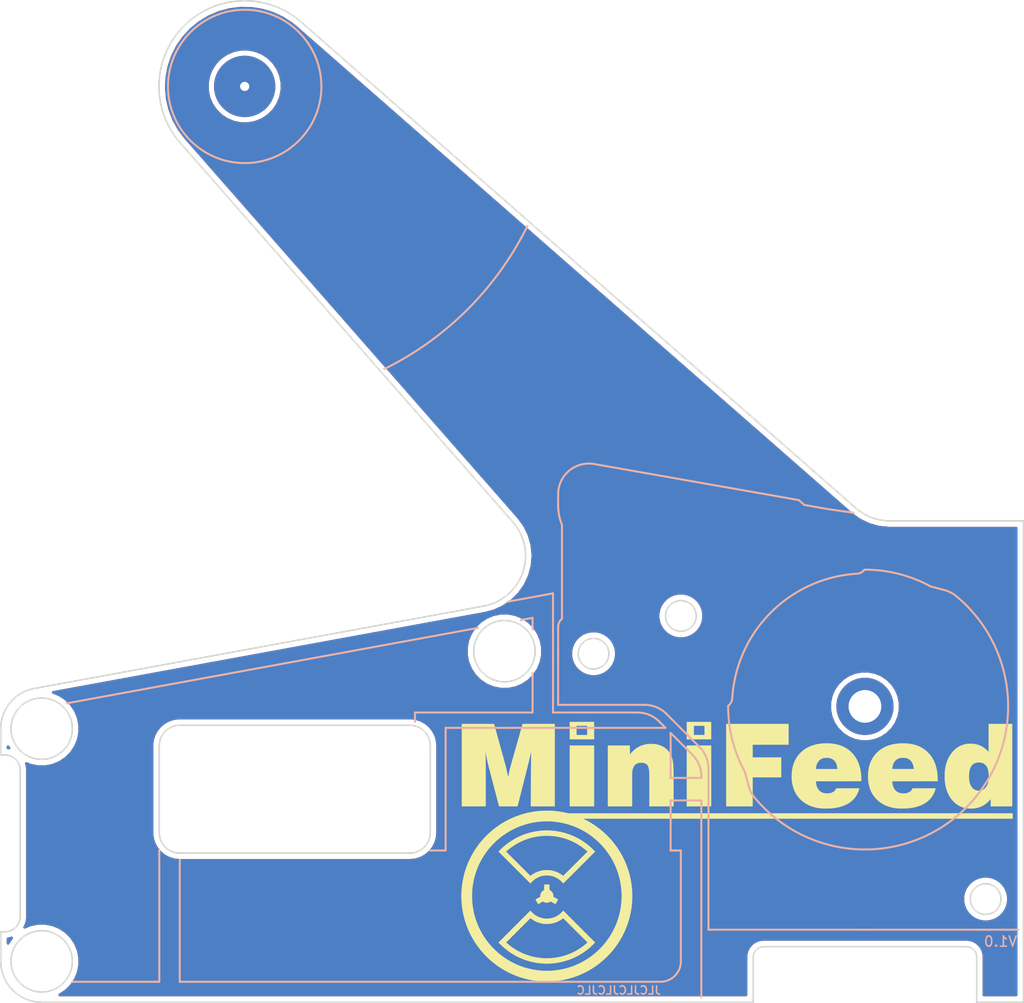
<source format=kicad_pcb>
(kicad_pcb (version 20171130) (host pcbnew "(5.1.5)-3")

  (general
    (thickness 1.6)
    (drawings 127)
    (tracks 0)
    (zones 0)
    (modules 3)
    (nets 1)
  )

  (page A4)
  (title_block
    (title "MiniFeed Lid")
    (date 2021-02-23)
    (rev v1.0)
    (company SG-O)
    (comment 1 "©CC BY 4.0")
  )

  (layers
    (0 F.Cu signal hide)
    (31 B.Cu signal hide)
    (32 B.Adhes user hide)
    (33 F.Adhes user hide)
    (34 B.Paste user hide)
    (35 F.Paste user hide)
    (36 B.SilkS user)
    (37 F.SilkS user hide)
    (38 B.Mask user hide)
    (39 F.Mask user hide)
    (40 Dwgs.User user hide)
    (41 Cmts.User user hide)
    (42 Eco1.User user hide)
    (43 Eco2.User user hide)
    (44 Edge.Cuts user)
    (45 Margin user hide)
    (46 B.CrtYd user hide)
    (47 F.CrtYd user hide)
    (48 B.Fab user hide)
    (49 F.Fab user hide)
  )

  (setup
    (last_trace_width 0.25)
    (trace_clearance 0.2)
    (zone_clearance 0.508)
    (zone_45_only no)
    (trace_min 0.2)
    (via_size 0.8)
    (via_drill 0.4)
    (via_min_size 0.4)
    (via_min_drill 0.3)
    (uvia_size 0.3)
    (uvia_drill 0.1)
    (uvias_allowed no)
    (uvia_min_size 0.2)
    (uvia_min_drill 0.1)
    (edge_width 0.05)
    (segment_width 0.2)
    (pcb_text_width 0.3)
    (pcb_text_size 1.5 1.5)
    (mod_edge_width 0.12)
    (mod_text_size 1 1)
    (mod_text_width 0.15)
    (pad_size 1.524 1.524)
    (pad_drill 0.762)
    (pad_to_mask_clearance 0.051)
    (solder_mask_min_width 0.25)
    (aux_axis_origin 176.574999 104.725)
    (grid_origin 176.574999 104.725)
    (visible_elements 7FFFFFFF)
    (pcbplotparams
      (layerselection 0x010f0_ffffffff)
      (usegerberextensions false)
      (usegerberattributes false)
      (usegerberadvancedattributes false)
      (creategerberjobfile true)
      (excludeedgelayer true)
      (linewidth 0.100000)
      (plotframeref false)
      (viasonmask false)
      (mode 1)
      (useauxorigin false)
      (hpglpennumber 1)
      (hpglpenspeed 20)
      (hpglpendiameter 15.000000)
      (psnegative false)
      (psa4output false)
      (plotreference true)
      (plotvalue true)
      (plotinvisibletext false)
      (padsonsilk false)
      (subtractmaskfromsilk false)
      (outputformat 1)
      (mirror false)
      (drillshape 0)
      (scaleselection 1)
      (outputdirectory "Gerber/"))
  )

  (net 0 "")

  (net_class Default "This is the default net class."
    (clearance 0.2)
    (trace_width 0.25)
    (via_dia 0.8)
    (via_drill 0.4)
    (uvia_dia 0.3)
    (uvia_drill 0.1)
  )

  (module global:MiniFeedLogo (layer F.Cu) (tedit 0) (tstamp 5FB0AFB2)
    (at 164 118.25)
    (fp_text reference G*** (at 0 0) (layer F.SilkS) hide
      (effects (font (size 1.524 1.524) (thickness 0.3)))
    )
    (fp_text value LOGO (at 0.75 0) (layer F.SilkS) hide
      (effects (font (size 1.524 1.524) (thickness 0.3)))
    )
    (fp_poly (pts (xy -18.241765 -1.382014) (xy -17.980269 -1.364922) (xy -17.719643 -1.337199) (xy -17.460243 -1.298862)
      (xy -17.202421 -1.249928) (xy -16.946529 -1.190415) (xy -16.692921 -1.120337) (xy -16.44195 -1.039714)
      (xy -16.193968 -0.94856) (xy -16.162131 -0.936002) (xy -15.919339 -0.833915) (xy -15.683413 -0.723362)
      (xy -15.453731 -0.603998) (xy -15.229672 -0.475475) (xy -15.010614 -0.337447) (xy -14.795936 -0.189567)
      (xy -14.704391 -0.122546) (xy -14.609835 -0.051039) (xy -14.520424 0.018829) (xy -14.434692 0.088346)
      (xy -14.351172 0.158804) (xy -14.268397 0.231491) (xy -14.184902 0.307697) (xy -14.09922 0.388713)
      (xy -14.009884 0.475827) (xy -13.915427 0.57033) (xy -13.907839 0.578012) (xy -13.807551 0.679614)
      (xy -16.91822 3.790283) (xy -17.068882 3.641301) (xy -17.112366 3.598727) (xy -17.154066 3.55872)
      (xy -17.192843 3.522332) (xy -17.22756 3.490614) (xy -17.257081 3.464619) (xy -17.280269 3.445397)
      (xy -17.283044 3.44323) (xy -17.407662 3.353483) (xy -17.535787 3.274196) (xy -17.667368 3.205387)
      (xy -17.802358 3.147071) (xy -17.940706 3.099266) (xy -18.082362 3.061989) (xy -18.227279 3.035258)
      (xy -18.375405 3.019088) (xy -18.526693 3.013497) (xy -18.530957 3.013493) (xy -18.682579 3.018777)
      (xy -18.830958 3.034616) (xy -18.976037 3.060991) (xy -19.117761 3.097883) (xy -19.256072 3.145275)
      (xy -19.390915 3.203148) (xy -19.522233 3.271482) (xy -19.64997 3.35026) (xy -19.739077 3.41298)
      (xy -19.761747 3.430239) (xy -19.784486 3.448572) (xy -19.808405 3.468995) (xy -19.834615 3.492521)
      (xy -19.864228 3.520164) (xy -19.898353 3.552941) (xy -19.938102 3.591864) (xy -19.975097 3.628508)
      (xy -20.009861 3.662946) (xy -20.042288 3.694827) (xy -20.071527 3.723334) (xy -20.096726 3.747646)
      (xy -20.117034 3.766946) (xy -20.131601 3.780414) (xy -20.139574 3.787231) (xy -20.140753 3.787913)
      (xy -20.144991 3.784051) (xy -20.156771 3.772639) (xy -20.175832 3.753939) (xy -20.201909 3.728213)
      (xy -20.23474 3.695725) (xy -20.274061 3.656734) (xy -20.319611 3.611505) (xy -20.371124 3.560299)
      (xy -20.42834 3.503378) (xy -20.490994 3.441004) (xy -20.558823 3.373439) (xy -20.631565 3.300947)
      (xy -20.708957 3.223787) (xy -20.790735 3.142224) (xy -20.876636 3.056519) (xy -20.966398 2.966933)
      (xy -21.059757 2.87373) (xy -21.156451 2.777172) (xy -21.256216 2.67752) (xy -21.358789 2.575036)
      (xy -21.463907 2.469984) (xy -21.571307 2.362624) (xy -21.680727 2.253219) (xy -21.700439 2.233508)
      (xy -23.252449 0.681457) (xy -22.512599 0.681457) (xy -21.324211 1.869854) (xy -20.135824 3.058251)
      (xy -20.080206 3.015453) (xy -20.052207 2.994289) (xy -20.020783 2.971135) (xy -19.990407 2.949263)
      (xy -19.972131 2.936444) (xy -19.836783 2.849556) (xy -19.694902 2.771023) (xy -19.547633 2.701314)
      (xy -19.396123 2.640896) (xy -19.241518 2.590236) (xy -19.084963 2.549802) (xy -18.967174 2.526506)
      (xy -18.915115 2.517807) (xy -18.868957 2.510731) (xy -18.826594 2.505119) (xy -18.785921 2.500809)
      (xy -18.744835 2.497641) (xy -18.701229 2.495454) (xy -18.653 2.494086) (xy -18.598042 2.493376)
      (xy -18.534251 2.493165) (xy -18.530957 2.493165) (xy -18.466692 2.493356) (xy -18.411361 2.494038)
      (xy -18.362859 2.495371) (xy -18.319081 2.497516) (xy -18.277922 2.500634) (xy -18.237278 2.504886)
      (xy -18.195043 2.510432) (xy -18.149113 2.517434) (xy -18.097383 2.526052) (xy -18.094739 2.526506)
      (xy -17.94757 2.556758) (xy -17.800337 2.596749) (xy -17.654394 2.645881) (xy -17.511093 2.703559)
      (xy -17.37179 2.769185) (xy -17.237835 2.842163) (xy -17.110584 2.921897) (xy -16.991388 3.00779)
      (xy -16.976587 3.019353) (xy -16.958613 3.033505) (xy -16.943638 3.045253) (xy -16.934014 3.052757)
      (xy -16.932154 3.054184) (xy -16.927736 3.050719) (xy -16.915717 3.039616) (xy -16.896289 3.021065)
      (xy -16.869641 2.995253) (xy -16.835964 2.96237) (xy -16.79545 2.922605) (xy -16.748287 2.876146)
      (xy -16.694667 2.823182) (xy -16.634781 2.763903) (xy -16.568818 2.698498) (xy -16.49697 2.627154)
      (xy -16.419426 2.550062) (xy -16.336378 2.467409) (xy -16.248016 2.379386) (xy -16.15453 2.28618)
      (xy -16.056112 2.187982) (xy -15.952951 2.084979) (xy -15.845237 1.97736) (xy -15.737585 1.869738)
      (xy -14.548798 0.68094) (xy -14.64454 0.597496) (xy -14.834807 0.437898) (xy -15.027706 0.288561)
      (xy -15.224151 0.148839) (xy -15.425054 0.018085) (xy -15.631328 -0.104349) (xy -15.645848 -0.112544)
      (xy -15.86857 -0.231538) (xy -16.095581 -0.340464) (xy -16.326524 -0.439276) (xy -16.561042 -0.527926)
      (xy -16.79878 -0.606367) (xy -17.03938 -0.674549) (xy -17.282487 -0.732427) (xy -17.527744 -0.779951)
      (xy -17.774794 -0.817076) (xy -18.023281 -0.843751) (xy -18.272849 -0.859931) (xy -18.523141 -0.865568)
      (xy -18.773801 -0.860613) (xy -19.024472 -0.845019) (xy -19.274798 -0.818739) (xy -19.524423 -0.781724)
      (xy -19.772989 -0.733928) (xy -19.962628 -0.68995) (xy -20.207354 -0.623262) (xy -20.448492 -0.546189)
      (xy -20.685748 -0.45889) (xy -20.918825 -0.36152) (xy -21.14743 -0.254237) (xy -21.371267 -0.137197)
      (xy -21.590041 -0.010558) (xy -21.803457 0.125524) (xy -22.01122 0.270891) (xy -22.213036 0.425386)
      (xy -22.408608 0.588854) (xy -22.472332 0.645284) (xy -22.512599 0.681457) (xy -23.252449 0.681457)
      (xy -23.254804 0.679102) (xy -23.067065 0.492724) (xy -23.000878 0.427377) (xy -22.940697 0.368808)
      (xy -22.885037 0.315681) (xy -22.832414 0.266661) (xy -22.78134 0.220412) (xy -22.730332 0.1756)
      (xy -22.677902 0.130888) (xy -22.622566 0.084943) (xy -22.562839 0.036427) (xy -22.531457 0.011262)
      (xy -22.32013 -0.150569) (xy -22.102941 -0.303067) (xy -21.880106 -0.446121) (xy -21.651841 -0.579618)
      (xy -21.418363 -0.703447) (xy -21.179889 -0.817494) (xy -20.936635 -0.921649) (xy -20.688817 -1.015797)
      (xy -20.436652 -1.099828) (xy -20.322761 -1.134037) (xy -20.066999 -1.202594) (xy -19.809284 -1.260386)
      (xy -19.54997 -1.30743) (xy -19.28941 -1.343742) (xy -19.027956 -1.36934) (xy -18.765962 -1.38424)
      (xy -18.503781 -1.388459) (xy -18.241765 -1.382014)) (layer F.SilkS) (width 0.01))
    (fp_poly (pts (xy -18.271435 4.437468) (xy -18.231402 4.458343) (xy -18.15985 4.501698) (xy -18.095495 4.553033)
      (xy -18.038805 4.611577) (xy -17.990243 4.676558) (xy -17.950276 4.747203) (xy -17.919367 4.822739)
      (xy -17.897983 4.902394) (xy -17.886589 4.985397) (xy -17.884742 5.033933) (xy -17.88457 5.104848)
      (xy -17.655162 5.236816) (xy -17.59921 5.269107) (xy -17.55233 5.296408) (xy -17.513935 5.319083)
      (xy -17.483436 5.337496) (xy -17.460248 5.352012) (xy -17.443782 5.362995) (xy -17.433453 5.370809)
      (xy -17.428672 5.375818) (xy -17.42822 5.37762) (xy -17.431626 5.384807) (xy -17.439865 5.400128)
      (xy -17.452262 5.422421) (xy -17.468141 5.450524) (xy -17.486826 5.483276) (xy -17.507642 5.519514)
      (xy -17.529913 5.558079) (xy -17.552962 5.597807) (xy -17.576114 5.637537) (xy -17.598693 5.676107)
      (xy -17.620024 5.712356) (xy -17.63943 5.745123) (xy -17.656236 5.773245) (xy -17.669765 5.79556)
      (xy -17.679343 5.810908) (xy -17.684292 5.818127) (xy -17.684734 5.818527) (xy -17.690748 5.816155)
      (xy -17.706131 5.808232) (xy -17.730751 5.794833) (xy -17.764474 5.776034) (xy -17.807168 5.751911)
      (xy -17.8587 5.722539) (xy -17.918936 5.687994) (xy -17.987744 5.64835) (xy -18.06499 5.603684)
      (xy -18.125606 5.568544) (xy -18.14819 5.55544) (xy -18.177701 5.575314) (xy -18.240011 5.611251)
      (xy -18.308972 5.640311) (xy -18.382145 5.661891) (xy -18.457095 5.675389) (xy -18.531384 5.680203)
      (xy -18.590315 5.677226) (xy -18.658098 5.666397) (xy -18.725009 5.649136) (xy -18.788435 5.626342)
      (xy -18.845766 5.598916) (xy -18.882143 5.576574) (xy -18.897389 5.566766) (xy -18.909403 5.560258)
      (xy -18.914289 5.558643) (xy -18.920134 5.561347) (xy -18.934563 5.569062) (xy -18.956614 5.581244)
      (xy -18.985326 5.597351) (xy -19.019736 5.616841) (xy -19.058882 5.639171) (xy -19.101803 5.663799)
      (xy -19.146051 5.689324) (xy -19.191647 5.715641) (xy -19.234339 5.740185) (xy -19.273176 5.762415)
      (xy -19.307203 5.781789) (xy -19.335467 5.797767) (xy -19.357016 5.809807) (xy -19.370896 5.817369)
      (xy -19.376134 5.819913) (xy -19.381468 5.815633) (xy -19.389288 5.805037) (xy -19.391198 5.801968)
      (xy -19.403061 5.782) (xy -19.418428 5.755764) (xy -19.436633 5.724423) (xy -19.457013 5.689143)
      (xy -19.478904 5.651088) (xy -19.501643 5.611423) (xy -19.524564 5.571313) (xy -19.547004 5.531923)
      (xy -19.568299 5.494417) (xy -19.587785 5.459961) (xy -19.604797 5.429719) (xy -19.618673 5.404855)
      (xy -19.628748 5.386535) (xy -19.634358 5.375924) (xy -19.635304 5.373748) (xy -19.630661 5.369957)
      (xy -19.617352 5.361258) (xy -19.596305 5.348209) (xy -19.568452 5.331367) (xy -19.534722 5.311289)
      (xy -19.496046 5.288533) (xy -19.453352 5.263656) (xy -19.407571 5.237216) (xy -19.406322 5.236498)
      (xy -19.17734 5.104848) (xy -19.177128 5.035826) (xy -19.176216 4.990529) (xy -19.173415 4.95213)
      (xy -19.16817 4.916569) (xy -19.159928 4.879781) (xy -19.151738 4.849952) (xy -19.12432 4.774452)
      (xy -19.087316 4.702644) (xy -19.041698 4.63572) (xy -18.988441 4.574871) (xy -18.928519 4.521288)
      (xy -18.862907 4.476161) (xy -18.832083 4.459085) (xy -18.790478 4.437682) (xy -18.790478 3.90387)
      (xy -18.271435 3.90387) (xy -18.271435 4.437468)) (layer F.SilkS) (width 0.01))
    (fp_poly (pts (xy -13.810453 9.571935) (xy -13.990998 9.754692) (xy -14.121432 9.883595) (xy -14.250113 10.004214)
      (xy -14.379054 10.118208) (xy -14.510268 10.227236) (xy -14.645768 10.332958) (xy -14.787568 10.437034)
      (xy -14.937682 10.541122) (xy -14.977717 10.567989) (xy -15.201727 10.71078) (xy -15.430664 10.843719)
      (xy -15.664322 10.966733) (xy -15.902494 11.079748) (xy -16.144974 11.182689) (xy -16.391557 11.275484)
      (xy -16.642035 11.358058) (xy -16.896202 11.430337) (xy -17.153852 11.492247) (xy -17.414778 11.543716)
      (xy -17.678774 11.584668) (xy -17.887674 11.609363) (xy -17.946315 11.615175) (xy -18.00036 11.620095)
      (xy -18.051528 11.624203) (xy -18.101542 11.627579) (xy -18.152121 11.630302) (xy -18.204986 11.632454)
      (xy -18.261858 11.634113) (xy -18.324457 11.635361) (xy -18.394504 11.636277) (xy -18.47372 11.636941)
      (xy -18.481261 11.63699) (xy -18.539983 11.637268) (xy -18.597907 11.637353) (xy -18.653604 11.637255)
      (xy -18.70564 11.636986) (xy -18.752584 11.636555) (xy -18.793005 11.635974) (xy -18.82547 11.635252)
      (xy -18.848548 11.634401) (xy -18.851217 11.634256) (xy -19.124296 11.613259) (xy -19.393755 11.581883)
      (xy -19.659527 11.540149) (xy -19.921545 11.488081) (xy -20.179739 11.425698) (xy -20.434041 11.353024)
      (xy -20.684383 11.270081) (xy -20.930697 11.17689) (xy -21.172915 11.073473) (xy -21.410968 10.959852)
      (xy -21.644789 10.83605) (xy -21.874308 10.702087) (xy -22.00137 10.622359) (xy -22.098517 10.558663)
      (xy -22.192799 10.494356) (xy -22.285548 10.428419) (xy -22.378098 10.359832) (xy -22.471779 10.287577)
      (xy -22.567923 10.210633) (xy -22.667864 10.127982) (xy -22.772933 10.038605) (xy -22.837182 9.982904)
      (xy -22.849466 9.971725) (xy -22.868592 9.953716) (xy -22.893571 9.929834) (xy -22.923414 9.901036)
      (xy -22.957131 9.868281) (xy -22.993735 9.832524) (xy -23.032237 9.794723) (xy -23.066334 9.761089)
      (xy -23.254804 9.574765) (xy -23.250953 9.570913) (xy -22.511118 9.570913) (xy -22.482635 9.596854)
      (xy -22.302146 9.754098) (xy -22.11322 9.904928) (xy -21.916809 10.048749) (xy -21.713865 10.184965)
      (xy -21.505337 10.312978) (xy -21.292178 10.432193) (xy -21.075337 10.542014) (xy -20.855767 10.641845)
      (xy -20.736891 10.691192) (xy -20.496856 10.781616) (xy -20.254065 10.861395) (xy -20.008777 10.930485)
      (xy -19.761251 10.988845) (xy -19.511746 11.036431) (xy -19.260521 11.0732) (xy -19.007834 11.09911)
      (xy -18.753944 11.114117) (xy -18.49911 11.11818) (xy -18.243591 11.111254) (xy -18.207935 11.109414)
      (xy -17.953828 11.090067) (xy -17.701767 11.059962) (xy -17.452057 11.019226) (xy -17.205001 10.967983)
      (xy -16.960903 10.90636) (xy -16.720068 10.83448) (xy -16.482799 10.75247) (xy -16.2494 10.660455)
      (xy -16.020176 10.558559) (xy -15.795429 10.446908) (xy -15.575464 10.325628) (xy -15.360585 10.194843)
      (xy -15.151096 10.054679) (xy -14.947301 9.905261) (xy -14.749504 9.746714) (xy -14.611775 9.627692)
      (xy -14.549528 9.572199) (xy -15.737823 8.383895) (xy -15.853695 8.268033) (xy -15.962015 8.159747)
      (xy -16.063028 8.058795) (xy -16.15698 7.964934) (xy -16.244117 7.877921) (xy -16.324686 7.797514)
      (xy -16.398931 7.72347) (xy -16.467099 7.655545) (xy -16.529436 7.593498) (xy -16.586188 7.537086)
      (xy -16.6376 7.486066) (xy -16.683918 7.440194) (xy -16.725389 7.399229) (xy -16.762258 7.362928)
      (xy -16.794772 7.331047) (xy -16.823175 7.303345) (xy -16.847714 7.279578) (xy -16.868636 7.259503)
      (xy -16.886185 7.242879) (xy -16.900608 7.229461) (xy -16.91215 7.219008) (xy -16.921058 7.211277)
      (xy -16.927577 7.206025) (xy -16.931954 7.203008) (xy -16.934434 7.201985) (xy -16.934997 7.202111)
      (xy -16.942678 7.207865) (xy -16.957104 7.21877) (xy -16.976236 7.233282) (xy -16.998038 7.249856)
      (xy -16.998884 7.250501) (xy -17.133218 7.34585) (xy -17.273278 7.431808) (xy -17.418837 7.508285)
      (xy -17.569672 7.575191) (xy -17.725555 7.632438) (xy -17.886261 7.679935) (xy -18.051564 7.717595)
      (xy -18.22124 7.745327) (xy -18.263152 7.750562) (xy -18.297447 7.753723) (xy -18.340434 7.756321)
      (xy -18.390057 7.758345) (xy -18.444258 7.75978) (xy -18.50098 7.760616) (xy -18.558166 7.760838)
      (xy -18.613756 7.760435) (xy -18.665696 7.759394) (xy -18.711925 7.757702) (xy -18.750389 7.755346)
      (xy -18.768391 7.753664) (xy -18.939995 7.729808) (xy -19.105434 7.696925) (xy -19.265135 7.654846)
      (xy -19.419525 7.603405) (xy -19.569032 7.542435) (xy -19.714082 7.471767) (xy -19.855103 7.391236)
      (xy -19.992521 7.300672) (xy -20.070952 7.243323) (xy -20.134968 7.194782) (xy -21.323043 8.382848)
      (xy -22.511118 9.570913) (xy -23.250953 9.570913) (xy -21.699444 8.019371) (xy -20.144084 6.463978)
      (xy -19.999816 6.605633) (xy -19.941478 6.662314) (xy -19.889042 6.711834) (xy -19.841112 6.755318)
      (xy -19.796294 6.793892) (xy -19.75319 6.828684) (xy -19.710405 6.860818) (xy -19.666543 6.891421)
      (xy -19.620207 6.921619) (xy -19.570002 6.952537) (xy -19.569044 6.953114) (xy -19.44357 7.022799)
      (xy -19.315048 7.082654) (xy -19.18266 7.132957) (xy -19.045592 7.173983) (xy -18.903028 7.206012)
      (xy -18.757348 7.228917) (xy -18.727171 7.231735) (xy -18.688027 7.233882) (xy -18.641972 7.235368)
      (xy -18.59106 7.236206) (xy -18.537348 7.236407) (xy -18.48289 7.235984) (xy -18.429742 7.234948)
      (xy -18.379959 7.233311) (xy -18.335596 7.231086) (xy -18.29871 7.228283) (xy -18.279717 7.226158)
      (xy -18.137327 7.20263) (xy -18.001227 7.170786) (xy -17.869985 7.1302) (xy -17.742167 7.08045)
      (xy -17.66001 7.042885) (xy -17.597058 7.011606) (xy -17.541507 6.982144) (xy -17.490302 6.952754)
      (xy -17.440387 6.921693) (xy -17.396239 6.892367) (xy -17.363783 6.869971) (xy -17.334486 6.84899)
      (xy -17.307096 6.828344) (xy -17.280366 6.80695) (xy -17.253045 6.783726) (xy -17.223884 6.75759)
      (xy -17.191634 6.727461) (xy -17.155044 6.692255) (xy -17.112866 6.650892) (xy -17.081396 6.619729)
      (xy -16.921161 6.460637) (xy -13.810453 9.571935)) (layer F.SilkS) (width 0.01))
    (fp_poly (pts (xy -2.462696 -10.303565) (xy -4.848087 -10.303565) (xy -4.848087 -10.723161) (xy -4.152348 -10.723161)
      (xy -3.631924 -10.72457) (xy -3.1115 -10.725978) (xy -3.1115 -11.626022) (xy -3.631924 -11.62743)
      (xy -4.152348 -11.628839) (xy -4.152348 -10.723161) (xy -4.848087 -10.723161) (xy -4.848087 -12.004261)
      (xy -2.462696 -12.004261) (xy -2.462696 -10.303565)) (layer F.SilkS) (width 0.01))
    (fp_poly (pts (xy -13.909261 -10.303565) (xy -16.294652 -10.303565) (xy -16.294652 -10.723161) (xy -15.626522 -10.723161)
      (xy -15.106098 -10.72457) (xy -14.585674 -10.725978) (xy -14.585674 -11.626022) (xy -15.106098 -11.62743)
      (xy -15.626522 -11.628839) (xy -15.626522 -10.723161) (xy -16.294652 -10.723161) (xy -16.294652 -12.004261)
      (xy -13.909261 -12.004261) (xy -13.909261 -10.303565)) (layer F.SilkS) (width 0.01))
    (fp_poly (pts (xy 5.107609 -9.779) (xy 1.595783 -9.779) (xy 1.595783 -8.531087) (xy 4.389783 -8.531087)
      (xy 4.389783 -6.581913) (xy 1.595783 -6.581913) (xy 1.595783 -3.743739) (xy -0.993913 -3.743739)
      (xy -0.993913 -11.811) (xy 5.107609 -11.811) (xy 5.107609 -9.779)) (layer F.SilkS) (width 0.01))
    (fp_poly (pts (xy -2.462696 -3.743739) (xy -4.848087 -3.743739) (xy -4.848087 -9.696174) (xy -2.462696 -9.696174)
      (xy -2.462696 -3.743739)) (layer F.SilkS) (width 0.01))
    (fp_poly (pts (xy -8.261686 -9.853717) (xy -8.194548 -9.852305) (xy -8.131086 -9.850029) (xy -8.073384 -9.846899)
      (xy -8.023527 -9.842926) (xy -8.001414 -9.840532) (xy -7.841981 -9.816821) (xy -7.6901 -9.785188)
      (xy -7.545506 -9.745513) (xy -7.407934 -9.697675) (xy -7.277121 -9.641554) (xy -7.152801 -9.577029)
      (xy -7.034711 -9.503982) (xy -6.922585 -9.42229) (xy -6.816159 -9.331834) (xy -6.755502 -9.273874)
      (xy -6.664438 -9.177063) (xy -6.582724 -9.077226) (xy -6.50964 -8.973188) (xy -6.444469 -8.863775)
      (xy -6.386492 -8.747812) (xy -6.33499 -8.624123) (xy -6.302916 -8.533848) (xy -6.283844 -8.473866)
      (xy -6.266437 -8.413205) (xy -6.250562 -8.350973) (xy -6.236088 -8.286278) (xy -6.222885 -8.218228)
      (xy -6.210821 -8.14593) (xy -6.199764 -8.068494) (xy -6.189584 -7.985026) (xy -6.18015 -7.894635)
      (xy -6.171329 -7.796429) (xy -6.162991 -7.689516) (xy -6.155005 -7.573004) (xy -6.150185 -7.495761)
      (xy -6.149521 -7.480638) (xy -6.148887 -7.457666) (xy -6.148281 -7.426673) (xy -6.147705 -7.387489)
      (xy -6.147156 -7.339942) (xy -6.146634 -7.283863) (xy -6.146138 -7.219079) (xy -6.145667 -7.145421)
      (xy -6.145222 -7.062717) (xy -6.1448 -6.970797) (xy -6.144401 -6.86949) (xy -6.144025 -6.758624)
      (xy -6.143671 -6.63803) (xy -6.143337 -6.507535) (xy -6.143024 -6.366971) (xy -6.142731 -6.216164)
      (xy -6.142456 -6.054946) (xy -6.142199 -5.883145) (xy -6.14196 -5.700589) (xy -6.141803 -5.567293)
      (xy -6.139754 -3.743739) (xy -8.503478 -3.743739) (xy -8.503692 -5.258076) (xy -8.503729 -5.427392)
      (xy -8.50379 -5.58605) (xy -8.503881 -5.734435) (xy -8.504004 -5.872932) (xy -8.504164 -6.001926)
      (xy -8.504365 -6.121803) (xy -8.504609 -6.232948) (xy -8.504901 -6.335746) (xy -8.505245 -6.430582)
      (xy -8.505644 -6.517842) (xy -8.506102 -6.597911) (xy -8.506622 -6.671174) (xy -8.507209 -6.738016)
      (xy -8.507866 -6.798822) (xy -8.508597 -6.853978) (xy -8.509405 -6.903868) (xy -8.510295 -6.948879)
      (xy -8.51127 -6.989395) (xy -8.512333 -7.025802) (xy -8.513489 -7.058485) (xy -8.514741 -7.087828)
      (xy -8.516094 -7.114218) (xy -8.517549 -7.138039) (xy -8.519113 -7.159676) (xy -8.520787 -7.179516)
      (xy -8.522449 -7.196706) (xy -8.536382 -7.309545) (xy -8.553991 -7.41215) (xy -8.57533 -7.504719)
      (xy -8.600457 -7.587452) (xy -8.629429 -7.660548) (xy -8.662301 -7.724207) (xy -8.680548 -7.753046)
      (xy -8.727067 -7.812105) (xy -8.781408 -7.863633) (xy -8.843663 -7.907681) (xy -8.913925 -7.944302)
      (xy -8.992286 -7.973546) (xy -9.07884 -7.995467) (xy -9.130224 -8.004458) (xy -9.164658 -8.008379)
      (xy -9.207028 -8.011285) (xy -9.254533 -8.013153) (xy -9.30437 -8.01396) (xy -9.353739 -8.013684)
      (xy -9.399836 -8.012303) (xy -9.43986 -8.009793) (xy -9.464261 -8.007149) (xy -9.558748 -7.989522)
      (xy -9.646445 -7.963663) (xy -9.72741 -7.929493) (xy -9.801704 -7.886929) (xy -9.869387 -7.835891)
      (xy -9.930519 -7.7763) (xy -9.98516 -7.708072) (xy -10.033371 -7.631129) (xy -10.075211 -7.54539)
      (xy -10.11074 -7.450773) (xy -10.140018 -7.347197) (xy -10.163106 -7.234583) (xy -10.180063 -7.112849)
      (xy -10.187352 -7.034972) (xy -10.188021 -7.020603) (xy -10.188648 -6.995203) (xy -10.189234 -6.958788)
      (xy -10.18978 -6.911371) (xy -10.190285 -6.852966) (xy -10.190748 -6.783585) (xy -10.191171 -6.703244)
      (xy -10.191552 -6.611956) (xy -10.191893 -6.509735) (xy -10.192192 -6.396594) (xy -10.19245 -6.272547)
      (xy -10.192667 -6.137608) (xy -10.192842 -5.991791) (xy -10.192976 -5.835109) (xy -10.193068 -5.667576)
      (xy -10.193119 -5.489207) (xy -10.193131 -5.352222) (xy -10.193131 -3.743739) (xy -12.561957 -3.743739)
      (xy -12.561957 -9.696174) (xy -10.408478 -9.696174) (xy -10.408295 -9.264098) (xy -10.408111 -8.832022)
      (xy -10.396771 -8.845826) (xy -10.346261 -8.905586) (xy -10.291333 -8.967486) (xy -10.233646 -9.029817)
      (xy -10.174863 -9.090873) (xy -10.116644 -9.148945) (xy -10.06065 -9.202326) (xy -10.008542 -9.249309)
      (xy -9.98356 -9.270623) (xy -9.854906 -9.372066) (xy -9.724554 -9.463088) (xy -9.591789 -9.54399)
      (xy -9.455898 -9.615073) (xy -9.316168 -9.676639) (xy -9.171884 -9.728987) (xy -9.022334 -9.772419)
      (xy -8.866803 -9.807235) (xy -8.704577 -9.833737) (xy -8.624957 -9.843501) (xy -8.579544 -9.847479)
      (xy -8.525298 -9.850533) (xy -8.464305 -9.852674) (xy -8.398649 -9.853911) (xy -8.330414 -9.854256)
      (xy -8.261686 -9.853717)) (layer F.SilkS) (width 0.01))
    (fp_poly (pts (xy -13.909261 -3.743739) (xy -16.294652 -3.743739) (xy -16.294652 -9.696174) (xy -13.909261 -9.696174)
      (xy -13.909261 -3.743739)) (layer F.SilkS) (width 0.01))
    (fp_poly (pts (xy -25.269447 -11.809629) (xy -23.692199 -11.808239) (xy -23.129836 -9.781761) (xy -23.078533 -9.596854)
      (xy -23.030118 -9.422283) (xy -22.984508 -9.257743) (xy -22.941622 -9.102935) (xy -22.901376 -8.957555)
      (xy -22.863689 -8.821301) (xy -22.828477 -8.693872) (xy -22.795658 -8.574966) (xy -22.765149 -8.464281)
      (xy -22.736869 -8.361515) (xy -22.710734 -8.266365) (xy -22.686662 -8.178531) (xy -22.66457 -8.097709)
      (xy -22.644377 -8.023598) (xy -22.625999 -7.955897) (xy -22.609353 -7.894302) (xy -22.594359 -7.838513)
      (xy -22.580932 -7.788227) (xy -22.56899 -7.743142) (xy -22.558451 -7.702956) (xy -22.549233 -7.667368)
      (xy -22.541252 -7.636075) (xy -22.534427 -7.608776) (xy -22.528674 -7.585168) (xy -22.523912 -7.564949)
      (xy -22.52324 -7.562022) (xy -22.495404 -7.440457) (xy -22.469914 -7.329251) (xy -22.446672 -7.227995)
      (xy -22.425581 -7.136276) (xy -22.406545 -7.053685) (xy -22.389466 -6.979811) (xy -22.374247 -6.914243)
      (xy -22.360792 -6.856571) (xy -22.349003 -6.806383) (xy -22.338783 -6.76327) (xy -22.330035 -6.726821)
      (xy -22.322662 -6.696624) (xy -22.316568 -6.67227) (xy -22.311655 -6.653348) (xy -22.307826 -6.639447)
      (xy -22.304984 -6.630156) (xy -22.303033 -6.625065) (xy -22.301874 -6.623763) (xy -22.301652 -6.624087)
      (xy -22.299787 -6.631622) (xy -22.296087 -6.648784) (xy -22.2908 -6.674357) (xy -22.284171 -6.707122)
      (xy -22.276445 -6.745862) (xy -22.267869 -6.789358) (xy -22.258688 -6.836393) (xy -22.255568 -6.852478)
      (xy -22.233246 -6.966746) (xy -22.212319 -7.071581) (xy -22.192439 -7.168456) (xy -22.173262 -7.258843)
      (xy -22.154439 -7.344216) (xy -22.135626 -7.426048) (xy -22.116476 -7.50581) (xy -22.096642 -7.584975)
      (xy -22.075779 -7.665018) (xy -22.053539 -7.747409) (xy -22.029577 -7.833622) (xy -22.003546 -7.925129)
      (xy -22.002372 -7.929217) (xy -21.996031 -7.951362) (xy -21.986809 -7.983687) (xy -21.974834 -8.025745)
      (xy -21.960232 -8.077091) (xy -21.943128 -8.137278) (xy -21.923651 -8.20586) (xy -21.901926 -8.28239)
      (xy -21.87808 -8.366422) (xy -21.85224 -8.45751) (xy -21.824531 -8.555208) (xy -21.795081 -8.659069)
      (xy -21.764017 -8.768647) (xy -21.731464 -8.883496) (xy -21.697549 -9.003169) (xy -21.662398 -9.12722)
      (xy -21.62614 -9.255203) (xy -21.588899 -9.386671) (xy -21.550802 -9.521179) (xy -21.511976 -9.658279)
      (xy -21.472548 -9.797526) (xy -21.432644 -9.938474) (xy -21.421125 -9.979163) (xy -20.902562 -11.811)
      (xy -17.752391 -11.811) (xy -17.752391 -3.743739) (xy -20.099883 -3.743739) (xy -20.096582 -4.109554)
      (xy -20.096089 -4.167245) (xy -20.095554 -4.235771) (xy -20.094976 -4.315141) (xy -20.094355 -4.405366)
      (xy -20.093691 -4.506456) (xy -20.092985 -4.618422) (xy -20.092236 -4.741274) (xy -20.091444 -4.875023)
      (xy -20.090609 -5.019678) (xy -20.089731 -5.175251) (xy -20.088809 -5.341751) (xy -20.087845 -5.519189)
      (xy -20.086837 -5.707576) (xy -20.085787 -5.906921) (xy -20.084692 -6.117236) (xy -20.083555 -6.338531)
      (xy -20.082374 -6.570815) (xy -20.08115 -6.814099) (xy -20.079882 -7.068395) (xy -20.07857 -7.333711)
      (xy -20.077215 -7.610059) (xy -20.077018 -7.650369) (xy -20.076464 -7.761891) (xy -20.075899 -7.872168)
      (xy -20.075326 -7.980546) (xy -20.074748 -8.086369) (xy -20.074172 -8.188982) (xy -20.0736 -8.287729)
      (xy -20.073036 -8.381957) (xy -20.072486 -8.471008) (xy -20.071952 -8.554229) (xy -20.071439 -8.630963)
      (xy -20.070951 -8.700556) (xy -20.070493 -8.762352) (xy -20.070068 -8.815696) (xy -20.069681 -8.859933)
      (xy -20.069335 -8.894407) (xy -20.069047 -8.917609) (xy -20.068497 -8.96096) (xy -20.068156 -9.000062)
      (xy -20.068023 -9.033737) (xy -20.068094 -9.060809) (xy -20.068369 -9.0801) (xy -20.068844 -9.090432)
      (xy -20.069346 -9.091543) (xy -20.071133 -9.083968) (xy -20.075034 -9.066763) (xy -20.080794 -9.041086)
      (xy -20.088153 -9.008093) (xy -20.096855 -8.968941) (xy -20.106641 -8.924786) (xy -20.117255 -8.876785)
      (xy -20.124697 -8.843065) (xy -20.134775 -8.797459) (xy -20.14471 -8.752719) (xy -20.154585 -8.708501)
      (xy -20.164486 -8.664461) (xy -20.174497 -8.620256) (xy -20.184703 -8.575544) (xy -20.195189 -8.529979)
      (xy -20.206039 -8.48322) (xy -20.217339 -8.434923) (xy -20.229172 -8.384744) (xy -20.241624 -8.33234)
      (xy -20.25478 -8.277368) (xy -20.268723 -8.219485) (xy -20.283539 -8.158346) (xy -20.299312 -8.093609)
      (xy -20.316128 -8.024931) (xy -20.33407 -7.951967) (xy -20.353224 -7.874375) (xy -20.373674 -7.791811)
      (xy -20.395506 -7.703932) (xy -20.418803 -7.610395) (xy -20.44365 -7.510856) (xy -20.470133 -7.404972)
      (xy -20.498335 -7.292399) (xy -20.528342 -7.172794) (xy -20.560238 -7.045814) (xy -20.594108 -6.911116)
      (xy -20.630037 -6.768355) (xy -20.66811 -6.61719) (xy -20.70841 -6.457275) (xy -20.751023 -6.288269)
      (xy -20.796034 -6.109827) (xy -20.843527 -5.921607) (xy -20.893587 -5.723264) (xy -20.930172 -5.578337)
      (xy -21.393316 -3.743739) (xy -22.29746 -3.743739) (xy -22.414606 -3.743743) (xy -22.521207 -3.74376)
      (xy -22.61776 -3.743794) (xy -22.704761 -3.743851) (xy -22.782709 -3.743937) (xy -22.852101 -3.744056)
      (xy -22.913435 -3.744213) (xy -22.967208 -3.744415) (xy -23.013918 -3.744666) (xy -23.054061 -3.744972)
      (xy -23.088137 -3.745338) (xy -23.116642 -3.745769) (xy -23.140073 -3.74627) (xy -23.158929 -3.746848)
      (xy -23.173707 -3.747507) (xy -23.184904 -3.748252) (xy -23.193018 -3.749089) (xy -23.198546 -3.750023)
      (xy -23.201986 -3.751059) (xy -23.203836 -3.752203) (xy -23.204575 -3.753402) (xy -23.206275 -3.759732)
      (xy -23.210642 -3.776295) (xy -23.217558 -3.802637) (xy -23.226905 -3.838305) (xy -23.238564 -3.882845)
      (xy -23.252418 -3.935804) (xy -23.268347 -3.996728) (xy -23.286234 -4.065164) (xy -23.30596 -4.140658)
      (xy -23.327407 -4.222757) (xy -23.350457 -4.311007) (xy -23.374991 -4.404954) (xy -23.40089 -4.504146)
      (xy -23.428038 -4.608128) (xy -23.456314 -4.716447) (xy -23.485602 -4.82865) (xy -23.515782 -4.944283)
      (xy -23.546737 -5.062892) (xy -23.578348 -5.184024) (xy -23.610496 -5.307226) (xy -23.643064 -5.432044)
      (xy -23.675933 -5.558024) (xy -23.708985 -5.684713) (xy -23.742101 -5.811657) (xy -23.775164 -5.938403)
      (xy -23.808054 -6.064498) (xy -23.840654 -6.189487) (xy -23.872846 -6.312917) (xy -23.90451 -6.434336)
      (xy -23.935528 -6.553288) (xy -23.965784 -6.669322) (xy -23.995157 -6.781982) (xy -24.023529 -6.890816)
      (xy -24.050783 -6.99537) (xy -24.076801 -7.095191) (xy -24.101462 -7.189825) (xy -24.124651 -7.278819)
      (xy -24.146247 -7.361718) (xy -24.166133 -7.438071) (xy -24.184191 -7.507422) (xy -24.200302 -7.569319)
      (xy -24.214348 -7.623307) (xy -24.22621 -7.668934) (xy -24.23577 -7.705746) (xy -24.242911 -7.73329)
      (xy -24.247513 -7.751111) (xy -24.249023 -7.757016) (xy -24.259752 -7.79989) (xy -24.270577 -7.844239)
      (xy -24.281642 -7.890736) (xy -24.293092 -7.940056) (xy -24.305072 -7.992871) (xy -24.317725 -8.049857)
      (xy -24.331197 -8.111687) (xy -24.345632 -8.179034) (xy -24.361174 -8.252573) (xy -24.377969 -8.332977)
      (xy -24.39616 -8.420921) (xy -24.415893 -8.517078) (xy -24.437311 -8.622121) (xy -24.460559 -8.736726)
      (xy -24.483164 -8.848587) (xy -24.495654 -8.909995) (xy -24.506212 -8.960818) (xy -24.514902 -9.001333)
      (xy -24.521789 -9.031818) (xy -24.526935 -9.052548) (xy -24.530406 -9.0638) (xy -24.532265 -9.065852)
      (xy -24.532637 -9.062608) (xy -24.532566 -9.051453) (xy -24.532191 -9.030443) (xy -24.531541 -9.000765)
      (xy -24.530647 -8.963601) (xy -24.529538 -8.920136) (xy -24.528243 -8.871556) (xy -24.526792 -8.819044)
      (xy -24.525215 -8.763785) (xy -24.524912 -8.75339) (xy -24.523262 -8.696404) (xy -24.521708 -8.641654)
      (xy -24.520247 -8.588716) (xy -24.518876 -8.537168) (xy -24.517592 -8.486586) (xy -24.516393 -8.436547)
      (xy -24.515274 -8.386627) (xy -24.514235 -8.336403) (xy -24.513272 -8.285452) (xy -24.512381 -8.23335)
      (xy -24.511561 -8.179675) (xy -24.510808 -8.124002) (xy -24.510119 -8.065908) (xy -24.509492 -8.00497)
      (xy -24.508923 -7.940766) (xy -24.508411 -7.87287) (xy -24.507951 -7.80086) (xy -24.507542 -7.724313)
      (xy -24.507179 -7.642805) (xy -24.506862 -7.555914) (xy -24.506586 -7.463215) (xy -24.506348 -7.364285)
      (xy -24.506147 -7.258701) (xy -24.505979 -7.146039) (xy -24.50584 -7.025877) (xy -24.505729 -6.897791)
      (xy -24.505643 -6.761357) (xy -24.505578 -6.616152) (xy -24.505532 -6.461753) (xy -24.505502 -6.297737)
      (xy -24.505486 -6.12368) (xy -24.505479 -5.939159) (xy -24.505478 -5.868463) (xy -24.505478 -3.743739)
      (xy -26.846696 -3.743739) (xy -26.846696 -11.811019) (xy -25.269447 -11.809629)) (layer F.SilkS) (width 0.01))
    (fp_poly (pts (xy 26.979217 -3.743739) (xy 24.875515 -3.743739) (xy 24.874094 -4.102792) (xy 24.872674 -4.461844)
      (xy 24.825739 -4.405107) (xy 24.801761 -4.377365) (xy 24.771208 -4.343936) (xy 24.735705 -4.306444)
      (xy 24.696876 -4.266509) (xy 24.656343 -4.225756) (xy 24.615731 -4.185805) (xy 24.576663 -4.14828)
      (xy 24.540764 -4.114803) (xy 24.509657 -4.086995) (xy 24.494435 -4.074091) (xy 24.366653 -3.97501)
      (xy 24.236153 -3.886314) (xy 24.102476 -3.807822) (xy 23.965164 -3.739353) (xy 23.823757 -3.680726)
      (xy 23.677798 -3.631759) (xy 23.526827 -3.592272) (xy 23.370386 -3.562082) (xy 23.208016 -3.54101)
      (xy 23.127804 -3.534078) (xy 23.092234 -3.532117) (xy 23.048106 -3.530681) (xy 22.997892 -3.529764)
      (xy 22.944065 -3.529364) (xy 22.889097 -3.529477) (xy 22.835462 -3.530099) (xy 22.785632 -3.531226)
      (xy 22.742079 -3.532855) (xy 22.710913 -3.5347) (xy 22.547551 -3.552105) (xy 22.388886 -3.579502)
      (xy 22.23497 -3.616864) (xy 22.085853 -3.664164) (xy 21.941586 -3.721375) (xy 21.802221 -3.78847)
      (xy 21.667809 -3.865423) (xy 21.538402 -3.952206) (xy 21.414049 -4.048792) (xy 21.294803 -4.155155)
      (xy 21.180715 -4.271268) (xy 21.073132 -4.395511) (xy 20.967293 -4.534229) (xy 20.869986 -4.679947)
      (xy 20.781218 -4.832639) (xy 20.701 -4.99228) (xy 20.629341 -5.158844) (xy 20.566252 -5.332307)
      (xy 20.511742 -5.512641) (xy 20.465821 -5.699822) (xy 20.428498 -5.893824) (xy 20.399783 -6.094621)
      (xy 20.389408 -6.189869) (xy 20.375647 -6.362949) (xy 20.367791 -6.540796) (xy 20.366899 -6.621832)
      (xy 22.749863 -6.621832) (xy 22.753623 -6.502325) (xy 22.761873 -6.3865) (xy 22.769353 -6.316869)
      (xy 22.788626 -6.191444) (xy 22.814725 -6.072989) (xy 22.847464 -5.961758) (xy 22.886655 -5.858003)
      (xy 22.932114 -5.761979) (xy 22.983654 -5.673937) (xy 23.041088 -5.594132) (xy 23.104232 -5.522817)
      (xy 23.172897 -5.460245) (xy 23.2469 -5.406668) (xy 23.326053 -5.362341) (xy 23.41017 -5.327517)
      (xy 23.499065 -5.302448) (xy 23.517859 -5.298538) (xy 23.621351 -5.283801) (xy 23.725686 -5.280015)
      (xy 23.806686 -5.284524) (xy 23.904562 -5.298831) (xy 23.997022 -5.322706) (xy 24.084153 -5.356203)
      (xy 24.166042 -5.399376) (xy 24.242777 -5.452277) (xy 24.314445 -5.514961) (xy 24.381135 -5.587481)
      (xy 24.442934 -5.66989) (xy 24.447292 -5.676348) (xy 24.483142 -5.735127) (xy 24.518041 -5.802408)
      (xy 24.550905 -5.875651) (xy 24.580652 -5.952316) (xy 24.606199 -6.029862) (xy 24.62142 -6.084956)
      (xy 24.644207 -6.18972) (xy 24.662028 -6.302681) (xy 24.674829 -6.422144) (xy 24.682556 -6.546417)
      (xy 24.685154 -6.673804) (xy 24.682569 -6.802613) (xy 24.674747 -6.931148) (xy 24.661633 -7.057716)
      (xy 24.654274 -7.111662) (xy 24.632132 -7.236062) (xy 24.603568 -7.351499) (xy 24.568583 -7.457968)
      (xy 24.527182 -7.555467) (xy 24.479368 -7.64399) (xy 24.425143 -7.723534) (xy 24.364511 -7.794093)
      (xy 24.297476 -7.855666) (xy 24.22404 -7.908246) (xy 24.144207 -7.95183) (xy 24.05798 -7.986414)
      (xy 23.965363 -8.011994) (xy 23.94096 -8.01703) (xy 23.845556 -8.031211) (xy 23.747885 -8.037716)
      (xy 23.649979 -8.036667) (xy 23.553873 -8.028189) (xy 23.461601 -8.012407) (xy 23.375194 -7.989444)
      (xy 23.350065 -7.98094) (xy 23.288949 -7.955425) (xy 23.227398 -7.922927) (xy 23.168091 -7.885194)
      (xy 23.113709 -7.843972) (xy 23.066931 -7.801009) (xy 23.055601 -7.788951) (xy 22.996983 -7.716317)
      (xy 22.944491 -7.634729) (xy 22.898297 -7.544534) (xy 22.858571 -7.446076) (xy 22.825483 -7.339702)
      (xy 22.816273 -7.303834) (xy 22.79509 -7.204367) (xy 22.777826 -7.096546) (xy 22.764575 -6.982376)
      (xy 22.755435 -6.863863) (xy 22.750499 -6.743013) (xy 22.749863 -6.621832) (xy 20.366899 -6.621832)
      (xy 20.365809 -6.720788) (xy 20.369669 -6.900302) (xy 20.37934 -7.076718) (xy 20.39479 -7.247411)
      (xy 20.402936 -7.316304) (xy 20.433043 -7.516126) (xy 20.471788 -7.709447) (xy 20.519134 -7.896191)
      (xy 20.575045 -8.076277) (xy 20.639485 -8.249626) (xy 20.712416 -8.416161) (xy 20.793802 -8.575801)
      (xy 20.883606 -8.728468) (xy 20.981792 -8.874083) (xy 21.088324 -9.012567) (xy 21.203164 -9.143841)
      (xy 21.292494 -9.235337) (xy 21.404357 -9.338829) (xy 21.517879 -9.431886) (xy 21.634008 -9.515095)
      (xy 21.753689 -9.589041) (xy 21.877868 -9.65431) (xy 22.007491 -9.711488) (xy 22.139413 -9.759804)
      (xy 22.225636 -9.786901) (xy 22.309277 -9.809765) (xy 22.393365 -9.829061) (xy 22.480932 -9.845453)
      (xy 22.575008 -9.859606) (xy 22.622565 -9.865701) (xy 22.659354 -9.8692) (xy 22.705136 -9.871984)
      (xy 22.757883 -9.874054) (xy 22.81557 -9.875409) (xy 22.876167 -9.87605) (xy 22.937649 -9.875977)
      (xy 22.997988 -9.87519) (xy 23.055156 -9.87369) (xy 23.107127 -9.871476) (xy 23.151873 -9.868548)
      (xy 23.181362 -9.865662) (xy 23.338316 -9.842386) (xy 23.4884 -9.810726) (xy 23.632268 -9.770377)
      (xy 23.770574 -9.721038) (xy 23.903975 -9.662405) (xy 24.033124 -9.594176) (xy 24.158677 -9.516048)
      (xy 24.281288 -9.427718) (xy 24.401612 -9.328883) (xy 24.464373 -9.272424) (xy 24.494573 -9.24378)
      (xy 24.527389 -9.211556) (xy 24.559765 -9.17882) (xy 24.588647 -9.14864) (xy 24.602109 -9.134054)
      (xy 24.662848 -9.067034) (xy 24.66563 -11.811) (xy 26.979217 -11.811) (xy 26.979217 -3.743739)) (layer F.SilkS) (width 0.01))
    (fp_poly (pts (xy 16.360962 -9.909094) (xy 16.425541 -9.908664) (xy 16.486264 -9.907827) (xy 16.541535 -9.90658)
      (xy 16.589757 -9.904914) (xy 16.629333 -9.902825) (xy 16.645283 -9.901628) (xy 16.820118 -9.884076)
      (xy 16.985874 -9.861993) (xy 17.143659 -9.835116) (xy 17.294579 -9.803178) (xy 17.439742 -9.765916)
      (xy 17.580256 -9.723064) (xy 17.717227 -9.674358) (xy 17.851762 -9.619532) (xy 17.883465 -9.605589)
      (xy 18.040526 -9.529526) (xy 18.192568 -9.443789) (xy 18.339158 -9.34875) (xy 18.479858 -9.244783)
      (xy 18.614234 -9.132261) (xy 18.741851 -9.011557) (xy 18.862273 -8.883044) (xy 18.975066 -8.747096)
      (xy 19.079793 -8.604085) (xy 19.11759 -8.547652) (xy 19.211892 -8.393222) (xy 19.297681 -8.231801)
      (xy 19.374939 -8.06345) (xy 19.443651 -7.888231) (xy 19.503801 -7.706206) (xy 19.555372 -7.517435)
      (xy 19.598349 -7.321982) (xy 19.632716 -7.119906) (xy 19.658456 -6.91127) (xy 19.675554 -6.696135)
      (xy 19.683993 -6.474563) (xy 19.684964 -6.36886) (xy 19.685 -6.208263) (xy 18.852598 -6.20459)
      (xy 18.767143 -6.204241) (xy 18.671569 -6.2039) (xy 18.5668 -6.20357) (xy 18.453761 -6.203253)
      (xy 18.333377 -6.202948) (xy 18.206571 -6.202659) (xy 18.074268 -6.202387) (xy 17.937393 -6.202133)
      (xy 17.79687 -6.201898) (xy 17.653624 -6.201685) (xy 17.508578 -6.201494) (xy 17.362658 -6.201328)
      (xy 17.216787 -6.201188) (xy 17.071891 -6.201075) (xy 16.928893 -6.200991) (xy 16.788718 -6.200937)
      (xy 16.652291 -6.200915) (xy 16.632263 -6.200915) (xy 15.24433 -6.200913) (xy 15.248044 -6.144315)
      (xy 15.25947 -6.018961) (xy 15.276836 -5.902427) (xy 15.300359 -5.794091) (xy 15.330254 -5.69333)
      (xy 15.366736 -5.59952) (xy 15.41002 -5.512039) (xy 15.460324 -5.430263) (xy 15.517861 -5.35357)
      (xy 15.524371 -5.345739) (xy 15.591685 -5.273947) (xy 15.665961 -5.210701) (xy 15.747213 -5.155992)
      (xy 15.835459 -5.109811) (xy 15.930714 -5.072149) (xy 16.032996 -5.042998) (xy 16.131761 -5.023925)
      (xy 16.179177 -5.018249) (xy 16.234561 -5.014248) (xy 16.294959 -5.011939) (xy 16.35742 -5.011339)
      (xy 16.418992 -5.012468) (xy 16.476724 -5.015342) (xy 16.527664 -5.019979) (xy 16.539492 -5.021484)
      (xy 16.645088 -5.040165) (xy 16.74323 -5.066339) (xy 16.833704 -5.099918) (xy 16.916295 -5.140809)
      (xy 16.99079 -5.188923) (xy 17.048945 -5.236677) (xy 17.089474 -5.278181) (xy 17.128086 -5.325815)
      (xy 17.16282 -5.376714) (xy 17.19172 -5.428013) (xy 17.212456 -5.475812) (xy 17.224966 -5.510695)
      (xy 19.492968 -5.510695) (xy 19.489577 -5.49275) (xy 19.486815 -5.48122) (xy 19.481483 -5.461494)
      (xy 19.474244 -5.435934) (xy 19.465759 -5.406902) (xy 19.461646 -5.39312) (xy 19.409879 -5.237085)
      (xy 19.350581 -5.088829) (xy 19.283455 -4.947788) (xy 19.208206 -4.813401) (xy 19.124538 -4.685102)
      (xy 19.032157 -4.562329) (xy 19.01448 -4.540652) (xy 18.984794 -4.506295) (xy 18.948534 -4.466901)
      (xy 18.907676 -4.424422) (xy 18.864196 -4.380811) (xy 18.820068 -4.338021) (xy 18.77727 -4.298004)
      (xy 18.737775 -4.262713) (xy 18.707652 -4.237383) (xy 18.577785 -4.138946) (xy 18.441387 -4.048295)
      (xy 18.298125 -3.96527) (xy 18.147667 -3.889714) (xy 17.989678 -3.821466) (xy 17.823826 -3.760369)
      (xy 17.649776 -3.706262) (xy 17.523239 -3.67255) (xy 17.402645 -3.644239) (xy 17.281468 -3.619391)
      (xy 17.15787 -3.597728) (xy 17.030011 -3.578968) (xy 16.896053 -3.562833) (xy 16.754156 -3.549041)
      (xy 16.664609 -3.541786) (xy 16.639357 -3.540258) (xy 16.605243 -3.538759) (xy 16.56364 -3.537312)
      (xy 16.51592 -3.535936) (xy 16.463456 -3.53465) (xy 16.407621 -3.533475) (xy 16.349788 -3.532431)
      (xy 16.291331 -3.531538) (xy 16.233621 -3.530816) (xy 16.178033 -3.530286) (xy 16.125939 -3.529966)
      (xy 16.078711 -3.529877) (xy 16.037724 -3.53004) (xy 16.004349 -3.530474) (xy 15.97996 -3.531199)
      (xy 15.97163 -3.531672) (xy 15.95642 -3.532749) (xy 15.932884 -3.534375) (xy 15.903715 -3.536363)
      (xy 15.871607 -3.538531) (xy 15.855674 -3.5396) (xy 15.650091 -3.558065) (xy 15.450616 -3.585542)
      (xy 15.257303 -3.622011) (xy 15.070205 -3.667452) (xy 14.889379 -3.721844) (xy 14.714877 -3.785166)
      (xy 14.546755 -3.8574) (xy 14.385067 -3.938523) (xy 14.229868 -4.028517) (xy 14.081211 -4.127361)
      (xy 13.939152 -4.235034) (xy 13.898672 -4.268348) (xy 13.767672 -4.385246) (xy 13.645242 -4.50906)
      (xy 13.531479 -4.639622) (xy 13.426481 -4.776766) (xy 13.330346 -4.920323) (xy 13.243172 -5.070126)
      (xy 13.165055 -5.226008) (xy 13.096094 -5.387799) (xy 13.036387 -5.555334) (xy 12.986031 -5.728444)
      (xy 12.945757 -5.903796) (xy 12.914667 -6.083215) (xy 12.892116 -6.26777) (xy 12.878064 -6.455995)
      (xy 12.872472 -6.646425) (xy 12.875301 -6.837591) (xy 12.886511 -7.028027) (xy 12.906064 -7.216268)
      (xy 12.933869 -7.400511) (xy 15.245579 -7.400511) (xy 15.247532 -7.399651) (xy 15.253668 -7.398861)
      (xy 15.264381 -7.398138) (xy 15.280065 -7.39748) (xy 15.301114 -7.396884) (xy 15.327922 -7.396348)
      (xy 15.360882 -7.395868) (xy 15.400389 -7.395443) (xy 15.446836 -7.39507) (xy 15.500617 -7.394745)
      (xy 15.562127 -7.394468) (xy 15.631758 -7.394234) (xy 15.709906 -7.394041) (xy 15.796963 -7.393888)
      (xy 15.893324 -7.393771) (xy 15.999382 -7.393687) (xy 16.115532 -7.393635) (xy 16.242167 -7.393611)
      (xy 16.298172 -7.393609) (xy 17.350823 -7.393609) (xy 17.347049 -7.441924) (xy 17.340764 -7.503858)
      (xy 17.331464 -7.570352) (xy 17.319775 -7.637966) (xy 17.30632 -7.703262) (xy 17.291725 -7.7628)
      (xy 17.283641 -7.791174) (xy 17.247083 -7.896607) (xy 17.20379 -7.993307) (xy 17.153701 -8.08134)
      (xy 17.096756 -8.160771) (xy 17.032894 -8.231664) (xy 16.962055 -8.294086) (xy 16.884179 -8.348101)
      (xy 16.799206 -8.393774) (xy 16.707075 -8.431171) (xy 16.683935 -8.438908) (xy 16.610025 -8.459857)
      (xy 16.534086 -8.475604) (xy 16.454015 -8.486438) (xy 16.367714 -8.492651) (xy 16.280848 -8.494534)
      (xy 16.198989 -8.493034) (xy 16.125401 -8.488083) (xy 16.057759 -8.479341) (xy 15.993738 -8.466468)
      (xy 15.931014 -8.449126) (xy 15.900355 -8.439) (xy 15.808235 -8.401409) (xy 15.722297 -8.354811)
      (xy 15.642761 -8.299494) (xy 15.569846 -8.235745) (xy 15.503773 -8.163854) (xy 15.44476 -8.084108)
      (xy 15.393027 -7.996796) (xy 15.348793 -7.902205) (xy 15.312279 -7.800623) (xy 15.283703 -7.69234)
      (xy 15.267938 -7.608956) (xy 15.263964 -7.581793) (xy 15.259783 -7.54947) (xy 15.255674 -7.514612)
      (xy 15.251921 -7.479841) (xy 15.248805 -7.447783) (xy 15.246606 -7.42106) (xy 15.245606 -7.402297)
      (xy 15.245579 -7.400511) (xy 12.933869 -7.400511) (xy 12.93392 -7.400845) (xy 12.97004 -7.580294)
      (xy 12.993134 -7.675193) (xy 13.036728 -7.826342) (xy 13.088734 -7.976484) (xy 13.148386 -8.123894)
      (xy 13.214919 -8.266845) (xy 13.287566 -8.403612) (xy 13.365563 -8.532468) (xy 13.389562 -8.568835)
      (xy 13.490912 -8.709526) (xy 13.601167 -8.843977) (xy 13.719844 -8.971761) (xy 13.84646 -9.092453)
      (xy 13.980532 -9.205626) (xy 14.121575 -9.310854) (xy 14.269106 -9.407711) (xy 14.422641 -9.49577)
      (xy 14.467865 -9.519419) (xy 14.61561 -9.590417) (xy 14.767082 -9.653948) (xy 14.923017 -9.710207)
      (xy 15.084154 -9.75939) (xy 15.25123 -9.801692) (xy 15.424984 -9.837309) (xy 15.606153 -9.866438)
      (xy 15.795476 -9.889274) (xy 15.897087 -9.898701) (xy 15.935041 -9.901288) (xy 15.981912 -9.903519)
      (xy 16.036101 -9.905388) (xy 16.096013 -9.90689) (xy 16.160052 -9.908018) (xy 16.226621 -9.908765)
      (xy 16.294123 -9.909126) (xy 16.360962 -9.909094)) (layer F.SilkS) (width 0.01))
    (fp_poly (pts (xy 8.89557 -9.909094) (xy 8.96015 -9.908664) (xy 9.020873 -9.907827) (xy 9.076144 -9.90658)
      (xy 9.124365 -9.904914) (xy 9.163941 -9.902825) (xy 9.179891 -9.901628) (xy 9.354727 -9.884076)
      (xy 9.520483 -9.861993) (xy 9.678268 -9.835116) (xy 9.829188 -9.803178) (xy 9.974351 -9.765916)
      (xy 10.114864 -9.723064) (xy 10.251835 -9.674358) (xy 10.386371 -9.619532) (xy 10.418074 -9.605589)
      (xy 10.575135 -9.529526) (xy 10.727177 -9.443789) (xy 10.873766 -9.34875) (xy 11.014467 -9.244783)
      (xy 11.148843 -9.132261) (xy 11.27646 -9.011557) (xy 11.396882 -8.883044) (xy 11.509674 -8.747096)
      (xy 11.614401 -8.604085) (xy 11.652198 -8.547652) (xy 11.746501 -8.393222) (xy 11.832289 -8.231801)
      (xy 11.909548 -8.06345) (xy 11.97826 -7.888231) (xy 12.038409 -7.706206) (xy 12.089981 -7.517435)
      (xy 12.132958 -7.321982) (xy 12.167324 -7.119906) (xy 12.193065 -6.91127) (xy 12.210163 -6.696135)
      (xy 12.218602 -6.474563) (xy 12.219573 -6.36886) (xy 12.219609 -6.208263) (xy 11.387206 -6.20459)
      (xy 11.301751 -6.204241) (xy 11.206177 -6.2039) (xy 11.101409 -6.20357) (xy 10.98837 -6.203253)
      (xy 10.867986 -6.202948) (xy 10.74118 -6.202659) (xy 10.608877 -6.202387) (xy 10.472002 -6.202133)
      (xy 10.331479 -6.201898) (xy 10.188232 -6.201685) (xy 10.043187 -6.201494) (xy 9.897266 -6.201328)
      (xy 9.751396 -6.201188) (xy 9.606499 -6.201075) (xy 9.463502 -6.200991) (xy 9.323327 -6.200937)
      (xy 9.1869 -6.200915) (xy 9.166872 -6.200915) (xy 7.778939 -6.200913) (xy 7.782652 -6.144315)
      (xy 7.794078 -6.018961) (xy 7.811445 -5.902427) (xy 7.834968 -5.794091) (xy 7.864862 -5.69333)
      (xy 7.901344 -5.59952) (xy 7.944629 -5.512039) (xy 7.994932 -5.430263) (xy 8.05247 -5.35357)
      (xy 8.058979 -5.345739) (xy 8.126294 -5.273947) (xy 8.200569 -5.210701) (xy 8.281822 -5.155992)
      (xy 8.370067 -5.109811) (xy 8.465323 -5.072149) (xy 8.567605 -5.042998) (xy 8.666369 -5.023925)
      (xy 8.713786 -5.018249) (xy 8.769169 -5.014248) (xy 8.829567 -5.011939) (xy 8.892029 -5.011339)
      (xy 8.953601 -5.012468) (xy 9.011333 -5.015342) (xy 9.062272 -5.019979) (xy 9.0741 -5.021484)
      (xy 9.179697 -5.040165) (xy 9.277839 -5.066339) (xy 9.368313 -5.099918) (xy 9.450904 -5.140809)
      (xy 9.525398 -5.188923) (xy 9.583554 -5.236677) (xy 9.624083 -5.278181) (xy 9.662694 -5.325815)
      (xy 9.697429 -5.376714) (xy 9.726328 -5.428013) (xy 9.747065 -5.475812) (xy 9.759575 -5.510695)
      (xy 12.027577 -5.510695) (xy 12.024185 -5.49275) (xy 12.021424 -5.48122) (xy 12.016092 -5.461494)
      (xy 12.008853 -5.435934) (xy 12.000368 -5.406902) (xy 11.996255 -5.39312) (xy 11.944488 -5.237085)
      (xy 11.885189 -5.088829) (xy 11.818063 -4.947788) (xy 11.742814 -4.813401) (xy 11.659147 -4.685102)
      (xy 11.566766 -4.562329) (xy 11.549089 -4.540652) (xy 11.519403 -4.506295) (xy 11.483143 -4.466901)
      (xy 11.442285 -4.424422) (xy 11.398805 -4.380811) (xy 11.354677 -4.338021) (xy 11.311878 -4.298004)
      (xy 11.272384 -4.262713) (xy 11.242261 -4.237383) (xy 11.112393 -4.138946) (xy 10.975996 -4.048295)
      (xy 10.832734 -3.96527) (xy 10.682275 -3.889714) (xy 10.524287 -3.821466) (xy 10.358434 -3.760369)
      (xy 10.184385 -3.706262) (xy 10.057848 -3.67255) (xy 9.937253 -3.644239) (xy 9.816077 -3.619391)
      (xy 9.692479 -3.597728) (xy 9.56462 -3.578968) (xy 9.430662 -3.562833) (xy 9.288765 -3.549041)
      (xy 9.199217 -3.541786) (xy 9.173966 -3.540258) (xy 9.139852 -3.538759) (xy 9.098249 -3.537312)
      (xy 9.050528 -3.535936) (xy 8.998064 -3.53465) (xy 8.94223 -3.533475) (xy 8.884397 -3.532431)
      (xy 8.825939 -3.531538) (xy 8.76823 -3.530816) (xy 8.712642 -3.530286) (xy 8.660547 -3.529966)
      (xy 8.61332 -3.529877) (xy 8.572332 -3.53004) (xy 8.538958 -3.530474) (xy 8.514569 -3.531199)
      (xy 8.506239 -3.531672) (xy 8.491029 -3.532749) (xy 8.467492 -3.534375) (xy 8.438323 -3.536363)
      (xy 8.406215 -3.538531) (xy 8.390283 -3.5396) (xy 8.1847 -3.558065) (xy 7.985225 -3.585542)
      (xy 7.791911 -3.622011) (xy 7.604814 -3.667452) (xy 7.423987 -3.721844) (xy 7.249486 -3.785166)
      (xy 7.081364 -3.8574) (xy 6.919676 -3.938523) (xy 6.764476 -4.028517) (xy 6.61582 -4.127361)
      (xy 6.473761 -4.235034) (xy 6.43328 -4.268348) (xy 6.302281 -4.385246) (xy 6.17985 -4.50906)
      (xy 6.066088 -4.639622) (xy 5.96109 -4.776766) (xy 5.864955 -4.920323) (xy 5.77778 -5.070126)
      (xy 5.699664 -5.226008) (xy 5.630703 -5.387799) (xy 5.570996 -5.555334) (xy 5.52064 -5.728444)
      (xy 5.480366 -5.903796) (xy 5.449276 -6.083215) (xy 5.426725 -6.26777) (xy 5.412673 -6.455995)
      (xy 5.407081 -6.646425) (xy 5.40991 -6.837591) (xy 5.42112 -7.028027) (xy 5.440673 -7.216268)
      (xy 5.468478 -7.400511) (xy 7.780187 -7.400511) (xy 7.78214 -7.399651) (xy 7.788276 -7.398861)
      (xy 7.798989 -7.398138) (xy 7.814674 -7.39748) (xy 7.835723 -7.396884) (xy 7.86253 -7.396348)
      (xy 7.895491 -7.395868) (xy 7.934997 -7.395443) (xy 7.981445 -7.39507) (xy 8.035226 -7.394745)
      (xy 8.096735 -7.394468) (xy 8.166367 -7.394234) (xy 8.244514 -7.394041) (xy 8.331572 -7.393888)
      (xy 8.427932 -7.393771) (xy 8.533991 -7.393687) (xy 8.650141 -7.393635) (xy 8.776776 -7.393611)
      (xy 8.832781 -7.393609) (xy 9.885432 -7.393609) (xy 9.881658 -7.441924) (xy 9.875372 -7.503858)
      (xy 9.866073 -7.570352) (xy 9.854384 -7.637966) (xy 9.840929 -7.703262) (xy 9.826333 -7.7628)
      (xy 9.818249 -7.791174) (xy 9.781692 -7.896607) (xy 9.738399 -7.993307) (xy 9.68831 -8.08134)
      (xy 9.631365 -8.160771) (xy 9.567503 -8.231664) (xy 9.496664 -8.294086) (xy 9.418788 -8.348101)
      (xy 9.333815 -8.393774) (xy 9.241684 -8.431171) (xy 9.218543 -8.438908) (xy 9.144634 -8.459857)
      (xy 9.068694 -8.475604) (xy 8.988624 -8.486438) (xy 8.902322 -8.492651) (xy 8.815456 -8.494534)
      (xy 8.733598 -8.493034) (xy 8.66001 -8.488083) (xy 8.592368 -8.479341) (xy 8.528347 -8.466468)
      (xy 8.465623 -8.449126) (xy 8.434963 -8.439) (xy 8.342843 -8.401409) (xy 8.256905 -8.354811)
      (xy 8.17737 -8.299494) (xy 8.104455 -8.235745) (xy 8.038382 -8.163854) (xy 7.979369 -8.084108)
      (xy 7.927636 -7.996796) (xy 7.883402 -7.902205) (xy 7.846887 -7.800623) (xy 7.818311 -7.69234)
      (xy 7.802547 -7.608956) (xy 7.798573 -7.581793) (xy 7.794391 -7.54947) (xy 7.790283 -7.514612)
      (xy 7.78653 -7.479841) (xy 7.783413 -7.447783) (xy 7.781214 -7.42106) (xy 7.780215 -7.402297)
      (xy 7.780187 -7.400511) (xy 5.468478 -7.400511) (xy 5.468529 -7.400845) (xy 5.504649 -7.580294)
      (xy 5.527743 -7.675193) (xy 5.571337 -7.826342) (xy 5.623342 -7.976484) (xy 5.682995 -8.123894)
      (xy 5.749527 -8.266845) (xy 5.822175 -8.403612) (xy 5.900172 -8.532468) (xy 5.924171 -8.568835)
      (xy 6.02552 -8.709526) (xy 6.135776 -8.843977) (xy 6.254453 -8.971761) (xy 6.381069 -9.092453)
      (xy 6.51514 -9.205626) (xy 6.656183 -9.310854) (xy 6.803714 -9.407711) (xy 6.95725 -9.49577)
      (xy 7.002473 -9.519419) (xy 7.150219 -9.590417) (xy 7.301691 -9.653948) (xy 7.457626 -9.710207)
      (xy 7.618762 -9.75939) (xy 7.785839 -9.801692) (xy 7.959592 -9.837309) (xy 8.140762 -9.866438)
      (xy 8.330085 -9.889274) (xy 8.431696 -9.898701) (xy 8.46965 -9.901288) (xy 8.51652 -9.903519)
      (xy 8.57071 -9.905388) (xy 8.630622 -9.90689) (xy 8.694661 -9.908018) (xy 8.76123 -9.908765)
      (xy 8.828732 -9.909126) (xy 8.89557 -9.909094)) (layer F.SilkS) (width 0.01))
    (fp_poly (pts (xy -18.449638 -3.321142) (xy -18.379871 -3.320767) (xy -18.313107 -3.320162) (xy -18.250752 -3.319328)
      (xy -18.19421 -3.318265) (xy -18.144885 -3.316973) (xy -18.104183 -3.315452) (xy -18.080935 -3.314211)
      (xy -17.826016 -3.295052) (xy -17.57991 -3.270519) (xy -17.341711 -3.240479) (xy -17.110509 -3.204796)
      (xy -16.885398 -3.163336) (xy -16.665469 -3.115965) (xy -16.541999 -3.086247) (xy -16.45528 -3.064565)
      (xy 27.017869 -3.064565) (xy 27.017869 -2.54) (xy -14.986354 -2.54) (xy -14.794297 -2.443582)
      (xy -14.691089 -2.391171) (xy -14.595613 -2.34137) (xy -14.505311 -2.292784) (xy -14.417623 -2.244017)
      (xy -14.329992 -2.193674) (xy -14.25437 -2.149037) (xy -13.997738 -1.98951) (xy -13.747732 -1.821315)
      (xy -13.504539 -1.644695) (xy -13.268345 -1.459889) (xy -13.039335 -1.267138) (xy -12.817695 -1.066685)
      (xy -12.603613 -0.858769) (xy -12.397273 -0.643631) (xy -12.198862 -0.421514) (xy -12.008565 -0.192656)
      (xy -11.826569 0.042699) (xy -11.65306 0.284312) (xy -11.488224 0.531942) (xy -11.332246 0.785347)
      (xy -11.185313 1.044287) (xy -11.047611 1.30852) (xy -10.919326 1.577806) (xy -10.800643 1.851904)
      (xy -10.69175 2.130572) (xy -10.592831 2.41357) (xy -10.504073 2.700657) (xy -10.500113 2.714392)
      (xy -10.421193 3.008886) (xy -10.353132 3.305279) (xy -10.295946 3.603365) (xy -10.249651 3.902943)
      (xy -10.214266 4.203806) (xy -10.189806 4.505752) (xy -10.176288 4.808577) (xy -10.173729 5.112076)
      (xy -10.182147 5.416046) (xy -10.201557 5.720283) (xy -10.229355 6.002131) (xy -10.26934 6.300627)
      (xy -10.320086 6.596994) (xy -10.381463 6.890935) (xy -10.453343 7.182152) (xy -10.535596 7.470349)
      (xy -10.628092 7.755228) (xy -10.730703 8.036491) (xy -10.843298 8.313843) (xy -10.965749 8.586985)
      (xy -11.097926 8.855621) (xy -11.2397 9.119453) (xy -11.390942 9.378184) (xy -11.551521 9.631517)
      (xy -11.721309 9.879154) (xy -11.900176 10.1208) (xy -12.087994 10.356156) (xy -12.164455 10.447131)
      (xy -12.241904 10.536252) (xy -12.325651 10.629529) (xy -12.413815 10.724997) (xy -12.504517 10.82069)
      (xy -12.595876 10.914641) (xy -12.686013 11.004887) (xy -12.773046 11.08946) (xy -12.832522 11.145541)
      (xy -13.061248 11.350832) (xy -13.295333 11.546478) (xy -13.534886 11.732549) (xy -13.780016 11.909116)
      (xy -14.030831 12.076249) (xy -14.287442 12.234019) (xy -14.549956 12.382496) (xy -14.818482 12.521751)
      (xy -15.093131 12.651855) (xy -15.297978 12.741272) (xy -15.575367 12.852141) (xy -15.856873 12.95285)
      (xy -16.142112 13.043323) (xy -16.430697 13.123482) (xy -16.722243 13.19325) (xy -17.016364 13.252552)
      (xy -17.312674 13.30131) (xy -17.610786 13.339448) (xy -17.910316 13.366888) (xy -18.210876 13.383554)
      (xy -18.512082 13.389369) (xy -18.555804 13.389307) (xy -18.607414 13.388983) (xy -18.660577 13.388443)
      (xy -18.713022 13.387722) (xy -18.762482 13.38686) (xy -18.806685 13.385894) (xy -18.843363 13.384861)
      (xy -18.8595 13.384279) (xy -19.163942 13.366562) (xy -19.466553 13.338034) (xy -19.767097 13.298764)
      (xy -20.065335 13.248821) (xy -20.361032 13.188273) (xy -20.65395 13.11719) (xy -20.943853 13.03564)
      (xy -21.230502 12.943692) (xy -21.513662 12.841416) (xy -21.793095 12.728881) (xy -22.068565 12.606154)
      (xy -22.339833 12.473306) (xy -22.606664 12.330404) (xy -22.735761 12.25671) (xy -22.988598 12.103162)
      (xy -23.237187 11.939726) (xy -23.480661 11.76703) (xy -23.718152 11.585699) (xy -23.948791 11.39636)
      (xy -24.052696 11.306439) (xy -24.1707 11.200097) (xy -24.291864 11.086163) (xy -24.414096 10.96676)
      (xy -24.535302 10.84401) (xy -24.653389 10.720034) (xy -24.766265 10.596955) (xy -24.871836 10.476895)
      (xy -24.87842 10.469218) (xy -25.07241 10.23424) (xy -25.257133 9.993368) (xy -25.432491 9.746831)
      (xy -25.598392 9.494861) (xy -25.754737 9.237689) (xy -25.901434 8.975545) (xy -26.038386 8.708661)
      (xy -26.165497 8.437267) (xy -26.282674 8.161594) (xy -26.389819 7.881872) (xy -26.486838 7.598334)
      (xy -26.573636 7.311209) (xy -26.650117 7.020729) (xy -26.716186 6.727124) (xy -26.771747 6.430625)
      (xy -26.816706 6.131464) (xy -26.850966 5.82987) (xy -26.865667 5.657022) (xy -26.878324 5.448301)
      (xy -26.885746 5.233189) (xy -26.886837 5.124214) (xy -25.840928 5.124214) (xy -25.84057 5.191821)
      (xy -25.839797 5.253943) (xy -25.838592 5.308928) (xy -25.836938 5.355124) (xy -25.836764 5.358848)
      (xy -25.817756 5.647314) (xy -25.788483 5.931764) (xy -25.748902 6.212354) (xy -25.698975 6.489242)
      (xy -25.638659 6.762584) (xy -25.567914 7.032537) (xy -25.486698 7.299258) (xy -25.394972 7.562905)
      (xy -25.292693 7.823633) (xy -25.179821 8.081601) (xy -25.062861 8.324022) (xy -24.930173 8.574774)
      (xy -24.788212 8.819617) (xy -24.637164 9.058343) (xy -24.477214 9.290747) (xy -24.308547 9.51662)
      (xy -24.131347 9.735756) (xy -23.945801 9.947948) (xy -23.752092 10.152989) (xy -23.550406 10.350673)
      (xy -23.340927 10.540791) (xy -23.123842 10.723138) (xy -22.899334 10.897506) (xy -22.667589 11.063689)
      (xy -22.531457 11.155243) (xy -22.332813 11.28073) (xy -22.125881 11.401908) (xy -21.91298 11.517548)
      (xy -21.696425 11.626422) (xy -21.478535 11.7273) (xy -21.341522 11.786237) (xy -21.082248 11.888453)
      (xy -20.8187 11.980625) (xy -20.55139 12.062658) (xy -20.28083 12.134461) (xy -20.007534 12.19594)
      (xy -19.732013 12.247002) (xy -19.454782 12.287555) (xy -19.176352 12.317505) (xy -18.897235 12.336759)
      (xy -18.617945 12.345224) (xy -18.338995 12.342808) (xy -18.282478 12.340982) (xy -17.993543 12.325142)
      (xy -17.707819 12.298739) (xy -17.425333 12.261784) (xy -17.146112 12.214284) (xy -16.870186 12.156247)
      (xy -16.597582 12.087684) (xy -16.328327 12.008601) (xy -16.062451 11.919008) (xy -15.799979 11.818914)
      (xy -15.540941 11.708327) (xy -15.285364 11.587255) (xy -15.033277 11.455708) (xy -14.784706 11.313693)
      (xy -14.605 11.20311) (xy -14.372391 11.049048) (xy -14.145721 10.885803) (xy -13.925299 10.713693)
      (xy -13.711434 10.533032) (xy -13.504433 10.344139) (xy -13.304605 10.14733) (xy -13.112257 9.942921)
      (xy -12.927698 9.731229) (xy -12.751236 9.51257) (xy -12.583179 9.287263) (xy -12.423835 9.055622)
      (xy -12.273513 8.817965) (xy -12.256393 8.789554) (xy -12.114252 8.541994) (xy -11.982581 8.290997)
      (xy -11.861365 8.036515) (xy -11.750588 7.778496) (xy -11.650234 7.516891) (xy -11.560289 7.251651)
      (xy -11.480736 6.982725) (xy -11.411559 6.710064) (xy -11.352744 6.433619) (xy -11.304275 6.153339)
      (xy -11.266136 5.869175) (xy -11.238312 5.581076) (xy -11.233701 5.518978) (xy -11.230919 5.472127)
      (xy -11.228443 5.415983) (xy -11.226291 5.352295) (xy -11.224481 5.28281) (xy -11.223032 5.209276)
      (xy -11.221962 5.13344) (xy -11.221288 5.057051) (xy -11.22103 4.981854) (xy -11.221205 4.9096)
      (xy -11.221832 4.842034) (xy -11.222928 4.780904) (xy -11.224513 4.727959) (xy -11.225261 4.710044)
      (xy -11.243843 4.422097) (xy -11.273018 4.137217) (xy -11.312769 3.855459) (xy -11.363079 3.576882)
      (xy -11.42393 3.301543) (xy -11.495305 3.029499) (xy -11.577188 2.760807) (xy -11.669561 2.495524)
      (xy -11.772407 2.233708) (xy -11.885708 1.975415) (xy -12.009448 1.720704) (xy -12.14361 1.469631)
      (xy -12.254043 1.278756) (xy -12.403226 1.040088) (xy -12.561625 0.807342) (xy -12.728944 0.580828)
      (xy -12.904888 0.360857) (xy -13.089161 0.147738) (xy -13.281467 -0.058219) (xy -13.481512 -0.256704)
      (xy -13.689 -0.447405) (xy -13.903634 -0.630014) (xy -14.12512 -0.804221) (xy -14.353163 -0.969714)
      (xy -14.477564 -1.054441) (xy -14.589095 -1.127615) (xy -14.695755 -1.195214) (xy -14.79999 -1.258652)
      (xy -14.904245 -1.319344) (xy -15.010966 -1.378702) (xy -15.122599 -1.438143) (xy -15.241591 -1.499079)
      (xy -15.278652 -1.517646) (xy -15.42948 -1.591036) (xy -15.575684 -1.658317) (xy -15.720681 -1.720954)
      (xy -15.867884 -1.780409) (xy -16.02071 -1.838148) (xy -16.057217 -1.851413) (xy -16.321582 -1.940947)
      (xy -16.58904 -2.020001) (xy -16.85921 -2.088577) (xy -17.131712 -2.146678) (xy -17.406163 -2.194306)
      (xy -17.682184 -2.231463) (xy -17.959391 -2.258152) (xy -18.237406 -2.274375) (xy -18.515845 -2.280134)
      (xy -18.794328 -2.275432) (xy -19.072474 -2.260271) (xy -19.349902 -2.234654) (xy -19.62623 -2.198583)
      (xy -19.901077 -2.15206) (xy -20.174063 -2.095088) (xy -20.444805 -2.027669) (xy -20.712923 -1.949805)
      (xy -20.978035 -1.8615) (xy -21.091915 -1.819981) (xy -21.297801 -1.738959) (xy -21.505846 -1.649388)
      (xy -21.713442 -1.55253) (xy -21.917983 -1.449649) (xy -22.11686 -1.342007) (xy -22.302328 -1.233976)
      (xy -22.542982 -1.082088) (xy -22.776849 -0.921632) (xy -23.003735 -0.752843) (xy -23.223446 -0.575953)
      (xy -23.435787 -0.391196) (xy -23.640564 -0.198806) (xy -23.837582 0.000984) (xy -24.026647 0.207941)
      (xy -24.207564 0.421831) (xy -24.380139 0.642421) (xy -24.544177 0.869477) (xy -24.699485 1.102766)
      (xy -24.845866 1.342055) (xy -24.983128 1.58711) (xy -25.111076 1.837697) (xy -25.229514 2.093584)
      (xy -25.338249 2.354536) (xy -25.378186 2.458168) (xy -25.468067 2.710677) (xy -25.548113 2.965047)
      (xy -25.618475 3.221978) (xy -25.679304 3.482167) (xy -25.730751 3.746313) (xy -25.772967 4.015113)
      (xy -25.806103 4.289267) (xy -25.82832 4.541631) (xy -25.830924 4.584232) (xy -25.833267 4.636222)
      (xy -25.835331 4.695948) (xy -25.837101 4.761757) (xy -25.838559 4.831997) (xy -25.839688 4.905015)
      (xy -25.84047 4.979159) (xy -25.84089 5.052776) (xy -25.840928 5.124214) (xy -26.886837 5.124214)
      (xy -26.887932 5.015019) (xy -26.884882 4.797125) (xy -26.876595 4.582839) (xy -26.865667 4.409109)
      (xy -26.837589 4.106603) (xy -26.798825 3.806595) (xy -26.749494 3.509312) (xy -26.689719 3.214986)
      (xy -26.619621 2.923845) (xy -26.53932 2.636118) (xy -26.448938 2.352036) (xy -26.348596 2.071827)
      (xy -26.238415 1.795722) (xy -26.118516 1.523949) (xy -25.989021 1.256737) (xy -25.850051 0.994318)
      (xy -25.701726 0.736919) (xy -25.544169 0.484771) (xy -25.3775 0.238102) (xy -25.20184 -0.002857)
      (xy -25.017311 -0.237877) (xy -24.824033 -0.466729) (xy -24.622129 -0.689184) (xy -24.411718 -0.905011)
      (xy -24.192923 -1.113982) (xy -23.965864 -1.315867) (xy -23.746239 -1.497981) (xy -23.508256 -1.68168)
      (xy -23.263951 -1.856433) (xy -23.013648 -2.022097) (xy -22.757673 -2.178528) (xy -22.496349 -2.325584)
      (xy -22.230002 -2.463121) (xy -21.958955 -2.590997) (xy -21.683534 -2.709068) (xy -21.404062 -2.817191)
      (xy -21.120865 -2.915224) (xy -20.834266 -3.003022) (xy -20.544591 -3.080443) (xy -20.252164 -3.147344)
      (xy -19.957309 -3.203582) (xy -19.831326 -3.224221) (xy -19.696577 -3.244137) (xy -19.562223 -3.261756)
      (xy -19.425993 -3.277318) (xy -19.285619 -3.291062) (xy -19.138829 -3.303229) (xy -18.983354 -3.314059)
      (xy -18.980978 -3.314211) (xy -18.947378 -3.315897) (xy -18.904142 -3.317355) (xy -18.852673 -3.318583)
      (xy -18.794376 -3.319583) (xy -18.730657 -3.320353) (xy -18.662919 -3.320894) (xy -18.592567 -3.321206)
      (xy -18.521005 -3.321289) (xy -18.449638 -3.321142)) (layer F.SilkS) (width 0.01))
  )

  (module MountingHole:MountingHole_3.2mm_M3_DIN965_Pad (layer F.Cu) (tedit 56D1B4CB) (tstamp 5FB0AD5E)
    (at 176.574999 104.725)
    (descr "Mounting Hole 3.2mm, M3, DIN965")
    (tags "mounting hole 3.2mm m3 din965")
    (attr virtual)
    (fp_text reference REF** (at 0 -3.8) (layer F.SilkS) hide
      (effects (font (size 1 1) (thickness 0.15)))
    )
    (fp_text value MountingHole_3.2mm_M3_DIN965_Pad (at 0 3.8) (layer F.Fab) hide
      (effects (font (size 1 1) (thickness 0.15)))
    )
    (fp_circle (center 0 0) (end 3.05 0) (layer F.CrtYd) (width 0.05))
    (fp_circle (center 0 0) (end 2.8 0) (layer Cmts.User) (width 0.15))
    (fp_text user %R (at 0.3 0) (layer F.Fab)
      (effects (font (size 1 1) (thickness 0.15)))
    )
    (pad 1 thru_hole circle (at 0 0) (size 5.6 5.6) (drill 3.2) (layers *.Cu *.Mask))
  )

  (module global:SolderStandoffM3x5 (layer B.Cu) (tedit 5FAAF324) (tstamp 5FB0AC3D)
    (at 115.925 44.075)
    (fp_text reference Mech (at 0 0) (layer B.SilkS) hide
      (effects (font (size 1 1) (thickness 0.15)) (justify mirror))
    )
    (fp_text value SolderStandoffM3x5 (at 0 0) (layer B.Fab) hide
      (effects (font (size 1 1) (thickness 0.15)) (justify mirror))
    )
    (fp_poly (pts (xy -2 -2) (xy -2.75 -0.5) (xy -0.75 -0.5) (xy 0 -0.75)
      (xy 0.75 -0.5) (xy 2.75 -0.5) (xy 2 -2) (xy 0 -2.75)) (layer B.Paste) (width 0.1))
    (fp_poly (pts (xy 2 2) (xy 2.75 0.5) (xy 0.75 0.5) (xy 0 0.75)
      (xy -0.75 0.5) (xy -2.75 0.5) (xy -2 2) (xy 0 2.75)) (layer B.Paste) (width 0.1))
    (pad "" thru_hole circle (at 0 0) (size 6 6) (drill 0.9) (layers *.Cu *.Mask))
    (model ${KISYS3DMOD}/Global.3dshapes/SolderStandoffM3x5.step
      (at (xyz 0 0 0))
      (scale (xyz 1 1 1))
      (rotate (xyz 0 0 0))
    )
  )

  (gr_text V1.0 (at 189.824999 127.725) (layer B.SilkS)
    (effects (font (size 1 1) (thickness 0.15)) (justify mirror))
  )
  (gr_line (start 138.724999 97.05) (end 98.524999 104.425) (layer B.SilkS) (width 0.2) (tstamp 60343F67))
  (gr_line (start 141.674999 94.475) (end 146.074998 93.666743) (layer B.SilkS) (width 0.2) (tstamp 60343F31))
  (gr_line (start 160.575001 113.924999) (end 160.574999 133.225) (layer B.SilkS) (width 0.2))
  (gr_line (start 157.575001 113.924999) (end 160.575001 113.924999) (layer B.SilkS) (width 0.2))
  (gr_line (start 157.575001 118.824999) (end 157.575001 113.924999) (layer B.SilkS) (width 0.2))
  (gr_line (start 158.575001 118.824999) (end 157.575001 118.824999) (layer B.SilkS) (width 0.2))
  (gr_line (start 158.575001 129.666743) (end 158.575001 118.824999) (layer B.SilkS) (width 0.2))
  (gr_arc (start 156.575001 129.666743) (end 156.575001 131.666743) (angle -90) (layer B.SilkS) (width 0.2))
  (gr_line (start 109.575001 131.666743) (end 156.575001 131.666743) (layer B.SilkS) (width 0.2))
  (gr_line (start 109.575001 119.725) (end 109.575001 131.666743) (layer B.SilkS) (width 0.2))
  (gr_line (start 107.575001 131.666743) (end 107.575001 118.824999) (layer B.SilkS) (width 0.2))
  (gr_line (start 99.074999 131.666743) (end 107.575001 131.666743) (layer B.SilkS) (width 0.2))
  (gr_line (start 144.074998 96.067104) (end 142.924999 96.275) (layer B.SilkS) (width 0.2))
  (gr_line (start 144.074999 97.225) (end 144.074998 96.067104) (layer B.SilkS) (width 0.2))
  (gr_line (start 144.074998 105.325) (end 144.074999 101.475) (layer B.SilkS) (width 0.2))
  (gr_line (start 132.575001 105.324999) (end 144.074998 105.325) (layer B.SilkS) (width 0.2))
  (gr_line (start 132.575001 106.225) (end 132.575001 105.324999) (layer B.SilkS) (width 0.2))
  (gr_line (start 135.575001 118.824999) (end 134.074999 118.824999) (layer B.SilkS) (width 0.2))
  (gr_line (start 135.575001 114.924999) (end 135.575001 118.824999) (layer B.SilkS) (width 0.2))
  (gr_line (start 135.575001 110.724999) (end 135.575001 114.924999) (layer B.SilkS) (width 0.2))
  (gr_line (start 135.575001 106.824999) (end 135.575001 110.724999) (layer B.SilkS) (width 0.2))
  (gr_line (start 157.075001 106.824999) (end 135.575001 106.824999) (layer B.SilkS) (width 0.2))
  (gr_line (start 156.453681 106.203679) (end 157.075001 106.824999) (layer B.SilkS) (width 0.2))
  (gr_arc (start 154.33236 108.324999) (end 156.453681 106.203679) (angle -45) (layer B.SilkS) (width 0.2))
  (gr_line (start 146.074998 105.325) (end 154.33236 105.324999) (layer B.SilkS) (width 0.2))
  (gr_line (start 146.074998 93.666743) (end 146.074998 105.325) (layer B.SilkS) (width 0.2))
  (gr_line (start 157.575001 107.324999) (end 157.575001 111.724999) (layer B.SilkS) (width 0.2))
  (gr_line (start 159.696321 109.44632) (end 157.575001 107.324999) (layer B.SilkS) (width 0.2))
  (gr_arc (start 157.575001 111.56764) (end 160.575001 111.56764) (angle -45) (layer B.SilkS) (width 0.2))
  (gr_line (start 160.575001 111.724999) (end 160.575001 111.56764) (layer B.SilkS) (width 0.2))
  (gr_line (start 157.575001 111.724999) (end 160.575001 111.724999) (layer B.SilkS) (width 0.2))
  (gr_line (start 175.464999 85.785) (end 172.950564 85.426025) (layer B.SilkS) (width 0.2) (tstamp 60343E2C))
  (gr_curve (pts (xy 163.33748 104.553377) (xy 163.295263 104.599383) (xy 163.249098 104.641008) (xy 163.200081 104.677713)) (layer B.SilkS) (width 0.2))
  (gr_curve (pts (xy 163.515137 104.281959) (xy 163.468093 104.388258) (xy 163.403842 104.481061) (xy 163.33748 104.553377)) (layer B.SilkS) (width 0.2))
  (gr_curve (pts (xy 163.598853 103.937811) (xy 163.59171 104.055549) (xy 163.562181 104.17566) (xy 163.515137 104.281959)) (layer B.SilkS) (width 0.2))
  (gr_curve (pts (xy 176.131958 91.665138) (xy 176.025659 91.712182) (xy 175.905548 91.741711) (xy 175.78781 91.748854)) (layer B.SilkS) (width 0.2))
  (gr_curve (pts (xy 176.403376 91.487481) (xy 176.33106 91.553843) (xy 176.238257 91.618094) (xy 176.131958 91.665138)) (layer B.SilkS) (width 0.2))
  (gr_curve (pts (xy 176.527712 91.350082) (xy 176.491007 91.399099) (xy 176.449382 91.445264) (xy 176.403376 91.487481)) (layer B.SilkS) (width 0.2))
  (gr_line (start 188.624997 126.574999) (end 191.574999 126.574999) (layer B.SilkS) (width 0.2))
  (gr_line (start 188.124997 126.574999) (end 188.624997 126.574999) (layer B.SilkS) (width 0.2))
  (gr_line (start 177.074998 126.574999) (end 188.124997 126.574999) (layer B.SilkS) (width 0.2))
  (gr_line (start 176.074998 126.574999) (end 177.074998 126.574999) (layer B.SilkS) (width 0.2))
  (gr_line (start 161.274997 126.574999) (end 176.074998 126.574999) (layer B.SilkS) (width 0.2))
  (gr_line (start 161.274997 126.199999) (end 161.274997 126.574999) (layer B.SilkS) (width 0.2))
  (gr_line (start 161.274997 111.638202) (end 161.274997 126.199999) (layer B.SilkS) (width 0.2))
  (gr_line (start 161.274997 110.817639) (end 161.274997 111.638202) (layer B.SilkS) (width 0.2))
  (gr_arc (start 158.274997 110.817639) (end 161.274997 110.817639) (angle -45) (layer B.SilkS) (width 0.2))
  (gr_line (start 157.153677 105.453678) (end 160.396318 108.696319) (layer B.SilkS) (width 0.2))
  (gr_arc (start 155.032357 107.574999) (end 157.153677 105.453678) (angle -45) (layer B.SilkS) (width 0.2))
  (gr_line (start 154.211794 104.574999) (end 155.032357 104.574999) (layer B.SilkS) (width 0.2))
  (gr_line (start 146.949998 104.574999) (end 154.211794 104.574999) (layer B.SilkS) (width 0.2))
  (gr_line (start 146.574998 104.574999) (end 146.949998 104.574999) (layer B.SilkS) (width 0.2))
  (gr_line (start 146.574998 99.824999) (end 146.574998 104.574999) (layer B.SilkS) (width 0.2))
  (gr_line (start 146.574998 99.324999) (end 146.574998 99.824999) (layer B.SilkS) (width 0.2))
  (gr_line (start 146.574998 96.938202) (end 146.574998 99.324999) (layer B.SilkS) (width 0.2))
  (gr_arc (start 147.574998 96.938202) (end 146.949998 96.157577) (angle -51.31781255) (layer B.SilkS) (width 0.2))
  (gr_line (start 146.949998 86.964409) (end 146.949998 96.157577) (layer B.SilkS) (width 0.2))
  (gr_arc (start 151.574998 85.064574) (end 146.574998 85.064574) (angle -22.33164501) (layer B.SilkS) (width 0.2))
  (gr_line (start 146.574998 83.971062) (end 146.574998 85.064574) (layer B.SilkS) (width 0.2))
  (gr_arc (start 149.574998 83.971062) (end 150.095781 81.01661) (angle -99.99688347) (layer B.SilkS) (width 0.2))
  (gr_line (start 160.613446 82.870568) (end 150.095781 81.01661) (layer B.SilkS) (width 0.2))
  (gr_line (start 161.105854 82.957366) (end 160.613446 82.870568) (layer B.SilkS) (width 0.2))
  (gr_line (start 170.097076 84.542256) (end 161.105854 82.957366) (layer B.SilkS) (width 0.2))
  (gr_line (start 170.6479 85.020132) (end 170.097076 84.542256) (layer B.SilkS) (width 0.2))
  (gr_line (start 172.950564 85.426025) (end 170.6479 85.020132) (layer B.SilkS) (width 0.2))
  (gr_arc (start 176.574998 104.724999) (end 175.78781 91.748854) (angle -59.24473632) (layer B.SilkS) (width 0.2))
  (gr_line (start 164.800669 99.214537) (end 165.02128 98.765837) (layer B.SilkS) (width 0.2))
  (gr_arc (start 176.574997 104.724998) (end 164.800669 99.214537) (angle -21.60835138) (layer B.SilkS) (width 0.2))
  (gr_arc (start 176.574998 104.724999) (end 163.200081 104.677713) (angle -28.80216737) (layer B.SilkS) (width 0.2))
  (gr_line (start 164.960077 111.605669) (end 164.831931 111.127421) (layer B.SilkS) (width 0.2))
  (gr_line (start 165.20402 112.516074) (end 164.960077 111.605669) (layer B.SilkS) (width 0.2))
  (gr_arc (start 168.101797 111.739617) (end 165.20402 112.516074) (angle -24.61997733) (layer B.SilkS) (width 0.2))
  (gr_arc (start 176.574997 104.724998) (end 165.790924 113.652695) (angle -5.380022671) (layer B.SilkS) (width 0.2))
  (gr_arc (start 176.574998 104.724999) (end 166.675503 114.624493) (angle -42.9532869) (layer B.SilkS) (width 0.2))
  (gr_line (start 177.074998 118.716067) (end 176.074998 118.716067) (layer B.SilkS) (width 0.2))
  (gr_arc (start 176.574998 104.724999) (end 177.074998 118.716067) (angle -104.1282485) (layer B.SilkS) (width 0.2))
  (gr_line (start 189.865596 100.324999) (end 190.020815 100.824999) (layer B.SilkS) (width 0.2))
  (gr_arc (start 176.574998 104.724999) (end 189.865596 100.324999) (angle -26.68230159) (layer B.SilkS) (width 0.2))
  (gr_arc (start 176.574998 104.724998) (end 186.474492 94.825504) (angle -5.380022671) (layer B.SilkS) (width 0.2))
  (gr_arc (start 183.589616 96.251798) (end 185.502694 93.940925) (angle -24.61997733) (layer B.SilkS) (width 0.2))
  (gr_line (start 183.455668 93.110078) (end 184.366073 93.354021) (layer B.SilkS) (width 0.2))
  (gr_line (start 182.97742 92.981932) (end 183.455668 93.110078) (layer B.SilkS) (width 0.2))
  (gr_arc (start 176.574997 104.724999) (end 182.97742 92.981932) (angle -28.80216737) (layer B.SilkS) (width 0.2))
  (gr_circle (center 96.074999 129.666743) (end 99.074999 129.666743) (layer Edge.Cuts) (width 0.15))
  (gr_circle (center 96.075003 106.907832) (end 99.075003 106.907832) (layer Edge.Cuts) (width 0.15))
  (gr_circle (center 141.325004 99.325007) (end 144.325004 99.325007) (layer Edge.Cuts) (width 0.15))
  (gr_circle (center 188.375 123.575) (end 189.875 123.575) (layer Edge.Cuts) (width 0.15))
  (gr_circle (center 150.039 99.574999) (end 151.539 99.574999) (layer Edge.Cuts) (width 0.15))
  (gr_circle (center 158.575 95.875) (end 160.075 95.875) (layer Edge.Cuts) (width 0.15))
  (gr_line (start 96.075 133.666743) (end 165.655199 133.666743) (layer Edge.Cuts) (width 0.15))
  (gr_arc (start 96.075 129.666743) (end 92.075 129.666743) (angle -90) (layer Edge.Cuts) (width 0.15))
  (gr_line (start 92.075 126.775001) (end 92.075 129.666743) (layer Edge.Cuts) (width 0.15))
  (gr_line (start 92.475 126.775001) (end 92.075 126.775001) (layer Edge.Cuts) (width 0.15))
  (gr_arc (start 92.475 125.274999) (end 92.475 126.775001) (angle -90) (layer Edge.Cuts) (width 0.15))
  (gr_line (start 93.975002 110.974999) (end 93.975002 125.274999) (layer Edge.Cuts) (width 0.15))
  (gr_arc (start 92.475002 110.974999) (end 93.975002 110.974999) (angle -90) (layer Edge.Cuts) (width 0.15))
  (gr_line (start 92.075 109.474999) (end 92.475002 109.474999) (layer Edge.Cuts) (width 0.15))
  (gr_line (start 92.075 106.907832) (end 92.075 109.474999) (layer Edge.Cuts) (width 0.15))
  (gr_arc (start 96.075 106.907832) (end 95.353106 102.973512) (angle -79.60266648) (layer Edge.Cuts) (width 0.15))
  (gr_line (start 139.292858 94.911172) (end 95.353106 102.973512) (layer Edge.Cuts) (width 0.15))
  (gr_arc (start 138.390492 89.993273) (end 139.292858 94.911172) (angle -120.8452866) (layer Edge.Cuts) (width 0.15))
  (gr_line (start 109.62446 49.598989) (end 142.150115 86.697028) (layer Edge.Cuts) (width 0.15))
  (gr_arc (start 115.925 44.075) (end 121.448989 37.77446) (angle -172.4852403) (layer Edge.Cuts) (width 0.15))
  (gr_line (start 175.695054 85.334623) (end 121.448989 37.77446) (layer Edge.Cuts) (width 0.15))
  (gr_arc (start 178.991298 81.574999) (end 175.695054 85.334623) (angle -41.24262013) (layer Edge.Cuts) (width 0.15))
  (gr_line (start 192.075 86.575) (end 178.991298 86.574999) (layer Edge.Cuts) (width 0.15))
  (gr_line (start 192.075 133.666743) (end 192.075 86.575) (layer Edge.Cuts) (width 0.15))
  (gr_line (start 187.499199 133.666743) (end 192.075 133.666743) (layer Edge.Cuts) (width 0.15))
  (gr_line (start 187.499199 129.246011) (end 187.499199 133.666743) (layer Edge.Cuts) (width 0.15))
  (gr_arc (start 186.483199 129.246011) (end 187.499199 129.246011) (angle -90) (layer Edge.Cuts) (width 0.15))
  (gr_line (start 166.671199 128.230011) (end 186.483199 128.230011) (layer Edge.Cuts) (width 0.15))
  (gr_arc (start 166.671199 129.246011) (end 166.671199 128.230011) (angle -90) (layer Edge.Cuts) (width 0.15))
  (gr_line (start 165.655199 133.666743) (end 165.655199 129.246011) (layer Edge.Cuts) (width 0.15))
  (gr_arc (start 132.075 108.575) (end 134.075 108.575) (angle -90) (layer Edge.Cuts) (width 0.15))
  (gr_line (start 109.575 106.575) (end 132.075 106.575) (layer Edge.Cuts) (width 0.15))
  (gr_arc (start 109.575 108.575) (end 109.575 106.575) (angle -90) (layer Edge.Cuts) (width 0.15))
  (gr_line (start 107.575 117.075) (end 107.575 108.575) (layer Edge.Cuts) (width 0.15))
  (gr_arc (start 109.575 117.074999) (end 107.575 117.075) (angle -90) (layer Edge.Cuts) (width 0.15))
  (gr_line (start 132.075 119.075) (end 109.575 119.075) (layer Edge.Cuts) (width 0.15))
  (gr_arc (start 132.075 117.075) (end 132.075 119.075) (angle -90) (layer Edge.Cuts) (width 0.15))
  (gr_line (start 134.075 108.575) (end 134.075 117.075) (layer Edge.Cuts) (width 0.15))
  (gr_text JLCJLCJLCJLC (at 152.5 132.5) (layer B.SilkS)
    (effects (font (size 0.8 0.8) (thickness 0.15)) (justify mirror))
  )
  (gr_line (start 218.069999 87.069999) (end 112.33843 74.711391) (layer Dwgs.User) (width 0.2))
  (gr_arc (start 115.92 44.07) (end 129.574999 71.725) (angle -37.44314228) (layer B.SilkS) (width 0.2))
  (gr_circle (center 115.925 44.075) (end 123.425 44.075) (layer B.SilkS) (width 0.2))
  (gr_circle (center 115.92 44.07) (end 146.77 44.07) (layer Dwgs.User) (width 0.2))

  (zone (net 0) (net_name "") (layer F.Cu) (tstamp 60344175) (hatch edge 0.508)
    (connect_pads (clearance 0.508))
    (min_thickness 0.254)
    (fill yes (arc_segments 32) (thermal_gap 0.508) (thermal_bridge_width 0.508))
    (polygon
      (pts
        (xy 179.074999 85.225) (xy 192.5 86) (xy 192.4 134.1) (xy 91.8 134.2) (xy 91.1 133.6)
        (xy 91.5 102.2) (xy 141.574999 90.725) (xy 101.6 44.6) (xy 115.4 30.9)
      )
    )
    (filled_polygon
      (pts
        (xy 116.560913 36.433934) (xy 117.61816 36.596799) (xy 118.642441 36.905215) (xy 119.613835 37.353186) (xy 120.522626 37.937906)
        (xy 120.991394 38.317506) (xy 175.253212 85.891482) (xy 175.254333 85.892285) (xy 175.258193 85.895643) (xy 175.269268 85.903667)
        (xy 175.309882 85.936554) (xy 176.031778 86.455289) (xy 176.051004 86.466659) (xy 176.0688 86.480167) (xy 176.14043 86.519546)
        (xy 176.942777 86.902245) (xy 176.963713 86.910031) (xy 176.983618 86.920173) (xy 177.061089 86.946245) (xy 177.918525 87.180813)
        (xy 177.940506 87.184768) (xy 177.961896 87.191226) (xy 178.042754 87.203165) (xy 178.042759 87.203166) (xy 178.04276 87.203166)
        (xy 178.925047 87.281908) (xy 178.956421 87.284998) (xy 191.365001 87.285) (xy 191.365 132.956743) (xy 188.209199 132.956743)
        (xy 188.209199 129.211134) (xy 188.206209 129.180772) (xy 188.206252 129.174568) (xy 188.205284 129.164702) (xy 188.184557 128.9675)
        (xy 188.171627 128.904509) (xy 188.159561 128.841256) (xy 188.156695 128.831766) (xy 188.09806 128.642344) (xy 188.073131 128.583041)
        (xy 188.049016 128.523353) (xy 188.044362 128.514601) (xy 187.950051 128.340177) (xy 187.914082 128.286851) (xy 187.878831 128.232982)
        (xy 187.872565 128.2253) (xy 187.746171 128.072516) (xy 187.700519 128.027181) (xy 187.655487 127.981196) (xy 187.647849 127.974877)
        (xy 187.494187 127.849553) (xy 187.440604 127.813953) (xy 187.387491 127.777585) (xy 187.378771 127.772871) (xy 187.203693 127.67978)
        (xy 187.144195 127.655257) (xy 187.085047 127.629906) (xy 187.075577 127.626974) (xy 186.885751 127.569663) (xy 186.822628 127.557165)
        (xy 186.759685 127.543786) (xy 186.749826 127.54275) (xy 186.552992 127.52345) (xy 186.518076 127.520011) (xy 166.636322 127.520011)
        (xy 166.60596 127.523001) (xy 166.599756 127.522958) (xy 166.58989 127.523926) (xy 166.392688 127.544653) (xy 166.329697 127.557583)
        (xy 166.266444 127.569649) (xy 166.256954 127.572515) (xy 166.067532 127.63115) (xy 166.008229 127.656079) (xy 165.948541 127.680194)
        (xy 165.939789 127.684848) (xy 165.765365 127.779159) (xy 165.712039 127.815128) (xy 165.65817 127.850379) (xy 165.650488 127.856645)
        (xy 165.497704 127.983039) (xy 165.452369 128.028691) (xy 165.406384 128.073723) (xy 165.400065 128.081361) (xy 165.274741 128.235023)
        (xy 165.239141 128.288606) (xy 165.202773 128.341719) (xy 165.198059 128.350439) (xy 165.104968 128.525517) (xy 165.080445 128.585015)
        (xy 165.055094 128.644163) (xy 165.052162 128.653633) (xy 164.994851 128.843459) (xy 164.982353 128.906582) (xy 164.968974 128.969525)
        (xy 164.967938 128.979384) (xy 164.948588 129.176726) (xy 164.948588 129.176734) (xy 164.9452 129.211134) (xy 164.945199 132.956743)
        (xy 97.832261 132.956743) (xy 97.833309 132.956309) (xy 98.441286 132.550072) (xy 98.958328 132.03303) (xy 99.364565 131.425053)
        (xy 99.644386 130.749505) (xy 99.787038 130.032347) (xy 99.787038 129.301139) (xy 99.644386 128.583981) (xy 99.364565 127.908433)
        (xy 98.958328 127.300456) (xy 98.441286 126.783414) (xy 97.833309 126.377177) (xy 97.157761 126.097356) (xy 96.440603 125.954704)
        (xy 95.709395 125.954704) (xy 94.992237 126.097356) (xy 94.402801 126.341508) (xy 94.488714 126.179929) (xy 94.513229 126.120452)
        (xy 94.538586 126.061288) (xy 94.541518 126.051818) (xy 94.626132 125.771564) (xy 94.638624 125.708474) (xy 94.652011 125.645493)
        (xy 94.653047 125.635634) (xy 94.681614 125.344282) (xy 94.681614 125.344276) (xy 94.685002 125.309876) (xy 94.685002 123.356422)
        (xy 186.155738 123.356422) (xy 186.155738 123.793578) (xy 186.241023 124.222335) (xy 186.408316 124.626215) (xy 186.651187 124.989697)
        (xy 186.960303 125.298813) (xy 187.323785 125.541684) (xy 187.727665 125.708977) (xy 188.156422 125.794262) (xy 188.593578 125.794262)
        (xy 189.022335 125.708977) (xy 189.426215 125.541684) (xy 189.789697 125.298813) (xy 190.098813 124.989697) (xy 190.341684 124.626215)
        (xy 190.508977 124.222335) (xy 190.594262 123.793578) (xy 190.594262 123.356422) (xy 190.508977 122.927665) (xy 190.341684 122.523785)
        (xy 190.098813 122.160303) (xy 189.789697 121.851187) (xy 189.426215 121.608316) (xy 189.022335 121.441023) (xy 188.593578 121.355738)
        (xy 188.156422 121.355738) (xy 187.727665 121.441023) (xy 187.323785 121.608316) (xy 186.960303 121.851187) (xy 186.651187 122.160303)
        (xy 186.408316 122.523785) (xy 186.241023 122.927665) (xy 186.155738 123.356422) (xy 94.685002 123.356422) (xy 94.685002 117.109876)
        (xy 106.865 117.109876) (xy 106.868057 117.14092) (xy 106.867971 117.153313) (xy 106.868939 117.163179) (xy 106.909739 117.551371)
        (xy 106.922677 117.614396) (xy 106.934737 117.677618) (xy 106.937602 117.687109) (xy 107.053026 118.059983) (xy 107.07796 118.119299)
        (xy 107.102069 118.178971) (xy 107.106723 118.187724) (xy 107.292374 118.531079) (xy 107.328356 118.584424) (xy 107.363596 118.638276)
        (xy 107.369861 118.645958) (xy 107.618668 118.946713) (xy 107.664324 118.992051) (xy 107.709353 119.038033) (xy 107.716992 119.044352)
        (xy 108.019478 119.291053) (xy 108.073054 119.326649) (xy 108.126173 119.36302) (xy 108.134894 119.367735) (xy 108.479536 119.550984)
        (xy 108.539027 119.575505) (xy 108.598176 119.600856) (xy 108.607644 119.603786) (xy 108.607648 119.603788) (xy 108.607652 119.603789)
        (xy 108.981318 119.716607) (xy 109.044423 119.729102) (xy 109.10739 119.742486) (xy 109.117249 119.743522) (xy 109.50432 119.781474)
        (xy 109.540123 119.785) (xy 132.109877 119.785) (xy 132.140921 119.781943) (xy 132.153313 119.782029) (xy 132.163179 119.781061)
        (xy 132.551371 119.740261) (xy 132.614396 119.727323) (xy 132.677618 119.715263) (xy 132.687109 119.712398) (xy 133.059983 119.596974)
        (xy 133.119299 119.57204) (xy 133.178971 119.547931) (xy 133.187724 119.543277) (xy 133.531079 119.357626) (xy 133.584424 119.321644)
        (xy 133.638276 119.286404) (xy 133.645958 119.280139) (xy 133.946713 119.031332) (xy 133.99205 118.985677) (xy 134.038033 118.940647)
        (xy 134.044351 118.933009) (xy 134.291052 118.630524) (xy 134.32664 118.576959) (xy 134.36302 118.523829) (xy 134.367734 118.515109)
        (xy 134.550984 118.170467) (xy 134.575492 118.111005) (xy 134.600858 118.051823) (xy 134.603789 118.042353) (xy 134.716607 117.668682)
        (xy 134.729108 117.605544) (xy 134.742485 117.542612) (xy 134.743521 117.532753) (xy 134.781611 117.144284) (xy 134.785 117.109877)
        (xy 134.785 108.540123) (xy 134.781943 108.509079) (xy 134.782029 108.496687) (xy 134.781061 108.486821) (xy 134.74026 108.098628)
        (xy 134.72733 108.03564) (xy 134.715263 107.972381) (xy 134.712398 107.962891) (xy 134.596974 107.590016) (xy 134.572029 107.530675)
        (xy 134.547931 107.471029) (xy 134.543277 107.462276) (xy 134.357626 107.118921) (xy 134.321644 107.065576) (xy 134.286404 107.011724)
        (xy 134.280138 107.004042) (xy 134.031332 106.703287) (xy 133.985677 106.65795) (xy 133.940647 106.611967) (xy 133.933009 106.605648)
        (xy 133.630524 106.358948) (xy 133.576941 106.323348) (xy 133.523828 106.28698) (xy 133.515108 106.282265) (xy 133.170467 106.099016)
        (xy 133.110993 106.074503) (xy 133.051823 106.049142) (xy 133.042353 106.046211) (xy 132.668681 105.933393) (xy 132.605551 105.920893)
        (xy 132.542612 105.907515) (xy 132.532753 105.906479) (xy 132.145016 105.868461) (xy 132.109877 105.865) (xy 109.540123 105.865)
        (xy 109.509079 105.868057) (xy 109.496687 105.867971) (xy 109.486821 105.868939) (xy 109.098628 105.90974) (xy 109.03564 105.92267)
        (xy 108.972381 105.934737) (xy 108.962891 105.937602) (xy 108.590016 106.053026) (xy 108.530675 106.077971) (xy 108.471029 106.102069)
        (xy 108.462276 106.106723) (xy 108.118921 106.292374) (xy 108.065576 106.328356) (xy 108.011724 106.363596) (xy 108.004042 106.369862)
        (xy 107.703287 106.618668) (xy 107.65795 106.664323) (xy 107.611967 106.709353) (xy 107.605648 106.716991) (xy 107.358948 107.019476)
        (xy 107.323348 107.073059) (xy 107.28698 107.126172) (xy 107.282265 107.134892) (xy 107.099016 107.479533) (xy 107.074503 107.539007)
        (xy 107.049142 107.598177) (xy 107.046211 107.607647) (xy 106.933393 107.981319) (xy 106.920893 108.044449) (xy 106.907515 108.107388)
        (xy 106.906479 108.117247) (xy 106.868389 108.505716) (xy 106.868389 108.505723) (xy 106.865001 108.540123) (xy 106.865 117.109876)
        (xy 94.685002 117.109876) (xy 94.685002 110.940122) (xy 94.681978 110.909423) (xy 94.682043 110.900179) (xy 94.681076 110.890314)
        (xy 94.650476 110.599168) (xy 94.637538 110.536137) (xy 94.625478 110.472919) (xy 94.622613 110.463429) (xy 94.573145 110.303624)
        (xy 94.992241 110.477219) (xy 95.709399 110.619871) (xy 96.440607 110.619871) (xy 97.157765 110.477219) (xy 97.833313 110.197398)
        (xy 98.44129 109.791161) (xy 98.958332 109.274119) (xy 99.364569 108.666142) (xy 99.64439 107.990594) (xy 99.787042 107.273436)
        (xy 99.787042 106.542228) (xy 99.64439 105.82507) (xy 99.364569 105.149522) (xy 98.958332 104.541545) (xy 98.803469 104.386682)
        (xy 173.139999 104.386682) (xy 173.139999 105.063318) (xy 173.272005 105.726952) (xy 173.530942 106.352082) (xy 173.906861 106.914685)
        (xy 174.385314 107.393138) (xy 174.947917 107.769057) (xy 175.573047 108.027994) (xy 176.236681 108.16) (xy 176.913317 108.16)
        (xy 177.576951 108.027994) (xy 178.202081 107.769057) (xy 178.764684 107.393138) (xy 179.243137 106.914685) (xy 179.619056 106.352082)
        (xy 179.877993 105.726952) (xy 180.009999 105.063318) (xy 180.009999 104.386682) (xy 179.877993 103.723048) (xy 179.619056 103.097918)
        (xy 179.243137 102.535315) (xy 178.764684 102.056862) (xy 178.202081 101.680943) (xy 177.576951 101.422006) (xy 176.913317 101.29)
        (xy 176.236681 101.29) (xy 175.573047 101.422006) (xy 174.947917 101.680943) (xy 174.385314 102.056862) (xy 173.906861 102.535315)
        (xy 173.530942 103.097918) (xy 173.272005 103.723048) (xy 173.139999 104.386682) (xy 98.803469 104.386682) (xy 98.44129 104.024503)
        (xy 97.833313 103.618266) (xy 97.200913 103.356318) (xy 121.1641 98.959403) (xy 137.612965 98.959403) (xy 137.612965 99.690611)
        (xy 137.755617 100.407769) (xy 138.035438 101.083317) (xy 138.441675 101.691294) (xy 138.958717 102.208336) (xy 139.566694 102.614573)
        (xy 140.242242 102.894394) (xy 140.9594 103.037046) (xy 141.690608 103.037046) (xy 142.407766 102.894394) (xy 143.083314 102.614573)
        (xy 143.691291 102.208336) (xy 144.208333 101.691294) (xy 144.61457 101.083317) (xy 144.894391 100.407769) (xy 145.037043 99.690611)
        (xy 145.037043 99.356421) (xy 147.819738 99.356421) (xy 147.819738 99.793577) (xy 147.905023 100.222334) (xy 148.072316 100.626214)
        (xy 148.315187 100.989696) (xy 148.624303 101.298812) (xy 148.987785 101.541683) (xy 149.391665 101.708976) (xy 149.820422 101.794261)
        (xy 150.257578 101.794261) (xy 150.686335 101.708976) (xy 151.090215 101.541683) (xy 151.453697 101.298812) (xy 151.762813 100.989696)
        (xy 152.005684 100.626214) (xy 152.172977 100.222334) (xy 152.258262 99.793577) (xy 152.258262 99.356421) (xy 152.172977 98.927664)
        (xy 152.005684 98.523784) (xy 151.762813 98.160302) (xy 151.453697 97.851186) (xy 151.090215 97.608315) (xy 150.686335 97.441022)
        (xy 150.257578 97.355737) (xy 149.820422 97.355737) (xy 149.391665 97.441022) (xy 148.987785 97.608315) (xy 148.624303 97.851186)
        (xy 148.315187 98.160302) (xy 148.072316 98.523784) (xy 147.905023 98.927664) (xy 147.819738 99.356421) (xy 145.037043 99.356421)
        (xy 145.037043 98.959403) (xy 144.894391 98.242245) (xy 144.61457 97.566697) (xy 144.208333 96.95872) (xy 143.691291 96.441678)
        (xy 143.083314 96.035441) (xy 142.407766 95.75562) (xy 141.909066 95.656422) (xy 156.355738 95.656422) (xy 156.355738 96.093578)
        (xy 156.441023 96.522335) (xy 156.608316 96.926215) (xy 156.851187 97.289697) (xy 157.160303 97.598813) (xy 157.523785 97.841684)
        (xy 157.927665 98.008977) (xy 158.356422 98.094262) (xy 158.793578 98.094262) (xy 159.222335 98.008977) (xy 159.626215 97.841684)
        (xy 159.989697 97.598813) (xy 160.298813 97.289697) (xy 160.541684 96.926215) (xy 160.708977 96.522335) (xy 160.794262 96.093578)
        (xy 160.794262 95.656422) (xy 160.708977 95.227665) (xy 160.541684 94.823785) (xy 160.298813 94.460303) (xy 159.989697 94.151187)
        (xy 159.626215 93.908316) (xy 159.222335 93.741023) (xy 158.793578 93.655738) (xy 158.356422 93.655738) (xy 157.927665 93.741023)
        (xy 157.523785 93.908316) (xy 157.160303 94.151187) (xy 156.851187 94.460303) (xy 156.608316 94.823785) (xy 156.441023 95.227665)
        (xy 156.355738 95.656422) (xy 141.909066 95.656422) (xy 141.690608 95.612968) (xy 140.9594 95.612968) (xy 140.242242 95.75562)
        (xy 139.566694 96.035441) (xy 138.958717 96.441678) (xy 138.441675 96.95872) (xy 138.035438 97.566697) (xy 137.755617 98.242245)
        (xy 137.612965 98.959403) (xy 121.1641 98.959403) (xy 139.455298 95.60322) (xy 139.481098 95.595811) (xy 140.202255 95.406351)
        (xy 140.218738 95.40041) (xy 140.235853 95.396634) (xy 140.312245 95.36755) (xy 141.123432 95.003964) (xy 141.14292 94.993054)
        (xy 141.163541 94.984452) (xy 141.233575 94.9423) (xy 141.967557 94.440811) (xy 141.984809 94.426618) (xy 142.003576 94.414504)
        (xy 142.065039 94.360617) (xy 142.698614 93.737078) (xy 142.713079 93.720056) (xy 142.729406 93.704808) (xy 142.780355 93.640888)
        (xy 143.293497 92.915006) (xy 143.304716 92.895696) (xy 143.318089 92.877793) (xy 143.356913 92.805861) (xy 143.733403 92.000582)
        (xy 143.741027 91.979586) (xy 143.751015 91.959604) (xy 143.776478 91.881961) (xy 143.776488 91.881933) (xy 143.77649 91.881922)
        (xy 144.004425 91.02271) (xy 144.00821 91.0007) (xy 144.014503 90.97926) (xy 144.025819 90.898306) (xy 144.097999 90.012299)
        (xy 144.097826 89.989955) (xy 144.100222 89.967749) (xy 144.097024 89.886102) (xy 144.097024 89.886073) (xy 144.097022 89.886064)
        (xy 144.011163 89.001285) (xy 144.007038 88.979333) (xy 144.005463 88.957048) (xy 143.987851 88.877227) (xy 143.746666 88.021628)
        (xy 143.738718 88.000752) (xy 143.733222 87.979099) (xy 143.701753 87.903659) (xy 143.312867 87.104292) (xy 143.301348 87.085154)
        (xy 143.292104 87.064815) (xy 143.247774 86.99614) (xy 142.725372 86.280867) (xy 142.706973 86.255185) (xy 110.174686 49.149583)
        (xy 109.512252 48.278204) (xy 108.989685 47.344814) (xy 108.602108 46.347782) (xy 108.357065 45.306519) (xy 108.259321 44.241278)
        (xy 108.284572 43.716984) (xy 112.29 43.716984) (xy 112.29 44.433016) (xy 112.429691 45.13529) (xy 112.703705 45.796818)
        (xy 113.101511 46.392177) (xy 113.607823 46.898489) (xy 114.203182 47.296295) (xy 114.86471 47.570309) (xy 115.566984 47.71)
        (xy 116.283016 47.71) (xy 116.98529 47.570309) (xy 117.646818 47.296295) (xy 118.242177 46.898489) (xy 118.748489 46.392177)
        (xy 119.146295 45.796818) (xy 119.420309 45.13529) (xy 119.56 44.433016) (xy 119.56 43.716984) (xy 119.420309 43.01471)
        (xy 119.146295 42.353182) (xy 118.748489 41.757823) (xy 118.242177 41.251511) (xy 117.646818 40.853705) (xy 116.98529 40.579691)
        (xy 116.283016 40.44) (xy 115.566984 40.44) (xy 114.86471 40.579691) (xy 114.203182 40.853705) (xy 113.607823 41.251511)
        (xy 113.101511 41.757823) (xy 112.703705 42.353182) (xy 112.429691 43.01471) (xy 112.29 43.716984) (xy 108.284572 43.716984)
        (xy 108.310782 43.172806) (xy 108.510444 42.121889) (xy 108.854421 41.108994) (xy 109.336021 40.153822) (xy 109.945866 39.274975)
        (xy 110.67209 38.489553) (xy 111.500557 37.812846) (xy 112.415138 37.258025) (xy 113.398035 36.835889) (xy 114.430117 36.554654)
        (xy 115.491294 36.419794)
      )
    )
    (filled_polygon
      (pts
        (xy 92.785433 127.908433) (xy 92.785 127.909478) (xy 92.785 127.457394) (xy 92.850831 127.450475) (xy 92.913875 127.437534)
        (xy 92.977079 127.425477) (xy 92.986569 127.422612) (xy 93.142248 127.374422)
      )
    )
    (filled_polygon
      (pts
        (xy 92.785437 108.666142) (xy 92.878176 108.804937) (xy 92.845496 108.79799) (xy 92.835637 108.796954) (xy 92.785 108.791989)
        (xy 92.785 108.665087)
      )
    )
  )
  (zone (net 0) (net_name "") (layer B.Cu) (tstamp 60344172) (hatch edge 0.508)
    (connect_pads (clearance 0.508))
    (min_thickness 0.254)
    (fill yes (arc_segments 32) (thermal_gap 0.508) (thermal_bridge_width 0.508))
    (polygon
      (pts
        (xy 179.074999 85.225) (xy 192.5 86) (xy 192.4 134.1) (xy 91.8 134.2) (xy 91.1 133.6)
        (xy 91.5 102.2) (xy 141.574999 90.725) (xy 101.6 44.6) (xy 115.4 30.9)
      )
    )
    (filled_polygon
      (pts
        (xy 116.560913 36.433934) (xy 117.61816 36.596799) (xy 118.642441 36.905215) (xy 119.613835 37.353186) (xy 120.522626 37.937906)
        (xy 120.991394 38.317506) (xy 175.253212 85.891482) (xy 175.254333 85.892285) (xy 175.258193 85.895643) (xy 175.269268 85.903667)
        (xy 175.309882 85.936554) (xy 176.031778 86.455289) (xy 176.051004 86.466659) (xy 176.0688 86.480167) (xy 176.14043 86.519546)
        (xy 176.942777 86.902245) (xy 176.963713 86.910031) (xy 176.983618 86.920173) (xy 177.061089 86.946245) (xy 177.918525 87.180813)
        (xy 177.940506 87.184768) (xy 177.961896 87.191226) (xy 178.042754 87.203165) (xy 178.042759 87.203166) (xy 178.04276 87.203166)
        (xy 178.925047 87.281908) (xy 178.956421 87.284998) (xy 191.365001 87.285) (xy 191.365 132.956743) (xy 188.209199 132.956743)
        (xy 188.209199 129.211134) (xy 188.206209 129.180772) (xy 188.206252 129.174568) (xy 188.205284 129.164702) (xy 188.184557 128.9675)
        (xy 188.171627 128.904509) (xy 188.159561 128.841256) (xy 188.156695 128.831766) (xy 188.09806 128.642344) (xy 188.073131 128.583041)
        (xy 188.049016 128.523353) (xy 188.044362 128.514601) (xy 187.950051 128.340177) (xy 187.914082 128.286851) (xy 187.878831 128.232982)
        (xy 187.872565 128.2253) (xy 187.746171 128.072516) (xy 187.700519 128.027181) (xy 187.655487 127.981196) (xy 187.647849 127.974877)
        (xy 187.494187 127.849553) (xy 187.440604 127.813953) (xy 187.387491 127.777585) (xy 187.378771 127.772871) (xy 187.203693 127.67978)
        (xy 187.144195 127.655257) (xy 187.085047 127.629906) (xy 187.075577 127.626974) (xy 186.885751 127.569663) (xy 186.822628 127.557165)
        (xy 186.759685 127.543786) (xy 186.749826 127.54275) (xy 186.552992 127.52345) (xy 186.518076 127.520011) (xy 166.636322 127.520011)
        (xy 166.60596 127.523001) (xy 166.599756 127.522958) (xy 166.58989 127.523926) (xy 166.392688 127.544653) (xy 166.329697 127.557583)
        (xy 166.266444 127.569649) (xy 166.256954 127.572515) (xy 166.067532 127.63115) (xy 166.008229 127.656079) (xy 165.948541 127.680194)
        (xy 165.939789 127.684848) (xy 165.765365 127.779159) (xy 165.712039 127.815128) (xy 165.65817 127.850379) (xy 165.650488 127.856645)
        (xy 165.497704 127.983039) (xy 165.452369 128.028691) (xy 165.406384 128.073723) (xy 165.400065 128.081361) (xy 165.274741 128.235023)
        (xy 165.239141 128.288606) (xy 165.202773 128.341719) (xy 165.198059 128.350439) (xy 165.104968 128.525517) (xy 165.080445 128.585015)
        (xy 165.055094 128.644163) (xy 165.052162 128.653633) (xy 164.994851 128.843459) (xy 164.982353 128.906582) (xy 164.968974 128.969525)
        (xy 164.967938 128.979384) (xy 164.948588 129.176726) (xy 164.948588 129.176734) (xy 164.9452 129.211134) (xy 164.945199 132.956743)
        (xy 97.832261 132.956743) (xy 97.833309 132.956309) (xy 98.441286 132.550072) (xy 98.958328 132.03303) (xy 99.364565 131.425053)
        (xy 99.644386 130.749505) (xy 99.787038 130.032347) (xy 99.787038 129.301139) (xy 99.644386 128.583981) (xy 99.364565 127.908433)
        (xy 98.958328 127.300456) (xy 98.441286 126.783414) (xy 97.833309 126.377177) (xy 97.157761 126.097356) (xy 96.440603 125.954704)
        (xy 95.709395 125.954704) (xy 94.992237 126.097356) (xy 94.402801 126.341508) (xy 94.488714 126.179929) (xy 94.513229 126.120452)
        (xy 94.538586 126.061288) (xy 94.541518 126.051818) (xy 94.626132 125.771564) (xy 94.638624 125.708474) (xy 94.652011 125.645493)
        (xy 94.653047 125.635634) (xy 94.681614 125.344282) (xy 94.681614 125.344276) (xy 94.685002 125.309876) (xy 94.685002 123.356422)
        (xy 186.155738 123.356422) (xy 186.155738 123.793578) (xy 186.241023 124.222335) (xy 186.408316 124.626215) (xy 186.651187 124.989697)
        (xy 186.960303 125.298813) (xy 187.323785 125.541684) (xy 187.727665 125.708977) (xy 188.156422 125.794262) (xy 188.593578 125.794262)
        (xy 189.022335 125.708977) (xy 189.426215 125.541684) (xy 189.789697 125.298813) (xy 190.098813 124.989697) (xy 190.341684 124.626215)
        (xy 190.508977 124.222335) (xy 190.594262 123.793578) (xy 190.594262 123.356422) (xy 190.508977 122.927665) (xy 190.341684 122.523785)
        (xy 190.098813 122.160303) (xy 189.789697 121.851187) (xy 189.426215 121.608316) (xy 189.022335 121.441023) (xy 188.593578 121.355738)
        (xy 188.156422 121.355738) (xy 187.727665 121.441023) (xy 187.323785 121.608316) (xy 186.960303 121.851187) (xy 186.651187 122.160303)
        (xy 186.408316 122.523785) (xy 186.241023 122.927665) (xy 186.155738 123.356422) (xy 94.685002 123.356422) (xy 94.685002 117.109876)
        (xy 106.865 117.109876) (xy 106.868057 117.14092) (xy 106.867971 117.153313) (xy 106.868939 117.163179) (xy 106.909739 117.551371)
        (xy 106.922677 117.614396) (xy 106.934737 117.677618) (xy 106.937602 117.687109) (xy 107.053026 118.059983) (xy 107.07796 118.119299)
        (xy 107.102069 118.178971) (xy 107.106723 118.187724) (xy 107.292374 118.531079) (xy 107.328356 118.584424) (xy 107.363596 118.638276)
        (xy 107.369861 118.645958) (xy 107.618668 118.946713) (xy 107.664324 118.992051) (xy 107.709353 119.038033) (xy 107.716992 119.044352)
        (xy 108.019478 119.291053) (xy 108.073054 119.326649) (xy 108.126173 119.36302) (xy 108.134894 119.367735) (xy 108.479536 119.550984)
        (xy 108.539027 119.575505) (xy 108.598176 119.600856) (xy 108.607644 119.603786) (xy 108.607648 119.603788) (xy 108.607652 119.603789)
        (xy 108.981318 119.716607) (xy 109.044423 119.729102) (xy 109.10739 119.742486) (xy 109.117249 119.743522) (xy 109.50432 119.781474)
        (xy 109.540123 119.785) (xy 132.109877 119.785) (xy 132.140921 119.781943) (xy 132.153313 119.782029) (xy 132.163179 119.781061)
        (xy 132.551371 119.740261) (xy 132.614396 119.727323) (xy 132.677618 119.715263) (xy 132.687109 119.712398) (xy 133.059983 119.596974)
        (xy 133.119299 119.57204) (xy 133.178971 119.547931) (xy 133.187724 119.543277) (xy 133.531079 119.357626) (xy 133.584424 119.321644)
        (xy 133.638276 119.286404) (xy 133.645958 119.280139) (xy 133.946713 119.031332) (xy 133.99205 118.985677) (xy 134.038033 118.940647)
        (xy 134.044351 118.933009) (xy 134.291052 118.630524) (xy 134.32664 118.576959) (xy 134.36302 118.523829) (xy 134.367734 118.515109)
        (xy 134.550984 118.170467) (xy 134.575492 118.111005) (xy 134.600858 118.051823) (xy 134.603789 118.042353) (xy 134.716607 117.668682)
        (xy 134.729108 117.605544) (xy 134.742485 117.542612) (xy 134.743521 117.532753) (xy 134.781611 117.144284) (xy 134.785 117.109877)
        (xy 134.785 108.540123) (xy 134.781943 108.509079) (xy 134.782029 108.496687) (xy 134.781061 108.486821) (xy 134.74026 108.098628)
        (xy 134.72733 108.03564) (xy 134.715263 107.972381) (xy 134.712398 107.962891) (xy 134.596974 107.590016) (xy 134.572029 107.530675)
        (xy 134.547931 107.471029) (xy 134.543277 107.462276) (xy 134.357626 107.118921) (xy 134.321644 107.065576) (xy 134.286404 107.011724)
        (xy 134.280138 107.004042) (xy 134.031332 106.703287) (xy 133.985677 106.65795) (xy 133.940647 106.611967) (xy 133.933009 106.605648)
        (xy 133.630524 106.358948) (xy 133.576941 106.323348) (xy 133.523828 106.28698) (xy 133.515108 106.282265) (xy 133.170467 106.099016)
        (xy 133.110993 106.074503) (xy 133.051823 106.049142) (xy 133.042353 106.046211) (xy 132.668681 105.933393) (xy 132.605551 105.920893)
        (xy 132.542612 105.907515) (xy 132.532753 105.906479) (xy 132.145016 105.868461) (xy 132.109877 105.865) (xy 109.540123 105.865)
        (xy 109.509079 105.868057) (xy 109.496687 105.867971) (xy 109.486821 105.868939) (xy 109.098628 105.90974) (xy 109.03564 105.92267)
        (xy 108.972381 105.934737) (xy 108.962891 105.937602) (xy 108.590016 106.053026) (xy 108.530675 106.077971) (xy 108.471029 106.102069)
        (xy 108.462276 106.106723) (xy 108.118921 106.292374) (xy 108.065576 106.328356) (xy 108.011724 106.363596) (xy 108.004042 106.369862)
        (xy 107.703287 106.618668) (xy 107.65795 106.664323) (xy 107.611967 106.709353) (xy 107.605648 106.716991) (xy 107.358948 107.019476)
        (xy 107.323348 107.073059) (xy 107.28698 107.126172) (xy 107.282265 107.134892) (xy 107.099016 107.479533) (xy 107.074503 107.539007)
        (xy 107.049142 107.598177) (xy 107.046211 107.607647) (xy 106.933393 107.981319) (xy 106.920893 108.044449) (xy 106.907515 108.107388)
        (xy 106.906479 108.117247) (xy 106.868389 108.505716) (xy 106.868389 108.505723) (xy 106.865001 108.540123) (xy 106.865 117.109876)
        (xy 94.685002 117.109876) (xy 94.685002 110.940122) (xy 94.681978 110.909423) (xy 94.682043 110.900179) (xy 94.681076 110.890314)
        (xy 94.650476 110.599168) (xy 94.637538 110.536137) (xy 94.625478 110.472919) (xy 94.622613 110.463429) (xy 94.573145 110.303624)
        (xy 94.992241 110.477219) (xy 95.709399 110.619871) (xy 96.440607 110.619871) (xy 97.157765 110.477219) (xy 97.833313 110.197398)
        (xy 98.44129 109.791161) (xy 98.958332 109.274119) (xy 99.364569 108.666142) (xy 99.64439 107.990594) (xy 99.787042 107.273436)
        (xy 99.787042 106.542228) (xy 99.64439 105.82507) (xy 99.364569 105.149522) (xy 98.958332 104.541545) (xy 98.803469 104.386682)
        (xy 173.139999 104.386682) (xy 173.139999 105.063318) (xy 173.272005 105.726952) (xy 173.530942 106.352082) (xy 173.906861 106.914685)
        (xy 174.385314 107.393138) (xy 174.947917 107.769057) (xy 175.573047 108.027994) (xy 176.236681 108.16) (xy 176.913317 108.16)
        (xy 177.576951 108.027994) (xy 178.202081 107.769057) (xy 178.764684 107.393138) (xy 179.243137 106.914685) (xy 179.619056 106.352082)
        (xy 179.877993 105.726952) (xy 180.009999 105.063318) (xy 180.009999 104.386682) (xy 179.877993 103.723048) (xy 179.619056 103.097918)
        (xy 179.243137 102.535315) (xy 178.764684 102.056862) (xy 178.202081 101.680943) (xy 177.576951 101.422006) (xy 176.913317 101.29)
        (xy 176.236681 101.29) (xy 175.573047 101.422006) (xy 174.947917 101.680943) (xy 174.385314 102.056862) (xy 173.906861 102.535315)
        (xy 173.530942 103.097918) (xy 173.272005 103.723048) (xy 173.139999 104.386682) (xy 98.803469 104.386682) (xy 98.44129 104.024503)
        (xy 97.833313 103.618266) (xy 97.200913 103.356318) (xy 121.1641 98.959403) (xy 137.612965 98.959403) (xy 137.612965 99.690611)
        (xy 137.755617 100.407769) (xy 138.035438 101.083317) (xy 138.441675 101.691294) (xy 138.958717 102.208336) (xy 139.566694 102.614573)
        (xy 140.242242 102.894394) (xy 140.9594 103.037046) (xy 141.690608 103.037046) (xy 142.407766 102.894394) (xy 143.083314 102.614573)
        (xy 143.691291 102.208336) (xy 144.208333 101.691294) (xy 144.61457 101.083317) (xy 144.894391 100.407769) (xy 145.037043 99.690611)
        (xy 145.037043 99.356421) (xy 147.819738 99.356421) (xy 147.819738 99.793577) (xy 147.905023 100.222334) (xy 148.072316 100.626214)
        (xy 148.315187 100.989696) (xy 148.624303 101.298812) (xy 148.987785 101.541683) (xy 149.391665 101.708976) (xy 149.820422 101.794261)
        (xy 150.257578 101.794261) (xy 150.686335 101.708976) (xy 151.090215 101.541683) (xy 151.453697 101.298812) (xy 151.762813 100.989696)
        (xy 152.005684 100.626214) (xy 152.172977 100.222334) (xy 152.258262 99.793577) (xy 152.258262 99.356421) (xy 152.172977 98.927664)
        (xy 152.005684 98.523784) (xy 151.762813 98.160302) (xy 151.453697 97.851186) (xy 151.090215 97.608315) (xy 150.686335 97.441022)
        (xy 150.257578 97.355737) (xy 149.820422 97.355737) (xy 149.391665 97.441022) (xy 148.987785 97.608315) (xy 148.624303 97.851186)
        (xy 148.315187 98.160302) (xy 148.072316 98.523784) (xy 147.905023 98.927664) (xy 147.819738 99.356421) (xy 145.037043 99.356421)
        (xy 145.037043 98.959403) (xy 144.894391 98.242245) (xy 144.61457 97.566697) (xy 144.208333 96.95872) (xy 143.691291 96.441678)
        (xy 143.083314 96.035441) (xy 142.407766 95.75562) (xy 141.909066 95.656422) (xy 156.355738 95.656422) (xy 156.355738 96.093578)
        (xy 156.441023 96.522335) (xy 156.608316 96.926215) (xy 156.851187 97.289697) (xy 157.160303 97.598813) (xy 157.523785 97.841684)
        (xy 157.927665 98.008977) (xy 158.356422 98.094262) (xy 158.793578 98.094262) (xy 159.222335 98.008977) (xy 159.626215 97.841684)
        (xy 159.989697 97.598813) (xy 160.298813 97.289697) (xy 160.541684 96.926215) (xy 160.708977 96.522335) (xy 160.794262 96.093578)
        (xy 160.794262 95.656422) (xy 160.708977 95.227665) (xy 160.541684 94.823785) (xy 160.298813 94.460303) (xy 159.989697 94.151187)
        (xy 159.626215 93.908316) (xy 159.222335 93.741023) (xy 158.793578 93.655738) (xy 158.356422 93.655738) (xy 157.927665 93.741023)
        (xy 157.523785 93.908316) (xy 157.160303 94.151187) (xy 156.851187 94.460303) (xy 156.608316 94.823785) (xy 156.441023 95.227665)
        (xy 156.355738 95.656422) (xy 141.909066 95.656422) (xy 141.690608 95.612968) (xy 140.9594 95.612968) (xy 140.242242 95.75562)
        (xy 139.566694 96.035441) (xy 138.958717 96.441678) (xy 138.441675 96.95872) (xy 138.035438 97.566697) (xy 137.755617 98.242245)
        (xy 137.612965 98.959403) (xy 121.1641 98.959403) (xy 139.455298 95.60322) (xy 139.481098 95.595811) (xy 140.202255 95.406351)
        (xy 140.218738 95.40041) (xy 140.235853 95.396634) (xy 140.312245 95.36755) (xy 141.123432 95.003964) (xy 141.14292 94.993054)
        (xy 141.163541 94.984452) (xy 141.233575 94.9423) (xy 141.967557 94.440811) (xy 141.984809 94.426618) (xy 142.003576 94.414504)
        (xy 142.065039 94.360617) (xy 142.698614 93.737078) (xy 142.713079 93.720056) (xy 142.729406 93.704808) (xy 142.780355 93.640888)
        (xy 143.293497 92.915006) (xy 143.304716 92.895696) (xy 143.318089 92.877793) (xy 143.356913 92.805861) (xy 143.733403 92.000582)
        (xy 143.741027 91.979586) (xy 143.751015 91.959604) (xy 143.776478 91.881961) (xy 143.776488 91.881933) (xy 143.77649 91.881922)
        (xy 144.004425 91.02271) (xy 144.00821 91.0007) (xy 144.014503 90.97926) (xy 144.025819 90.898306) (xy 144.097999 90.012299)
        (xy 144.097826 89.989955) (xy 144.100222 89.967749) (xy 144.097024 89.886102) (xy 144.097024 89.886073) (xy 144.097022 89.886064)
        (xy 144.011163 89.001285) (xy 144.007038 88.979333) (xy 144.005463 88.957048) (xy 143.987851 88.877227) (xy 143.746666 88.021628)
        (xy 143.738718 88.000752) (xy 143.733222 87.979099) (xy 143.701753 87.903659) (xy 143.312867 87.104292) (xy 143.301348 87.085154)
        (xy 143.292104 87.064815) (xy 143.247774 86.99614) (xy 142.725372 86.280867) (xy 142.706973 86.255185) (xy 110.174686 49.149583)
        (xy 109.512252 48.278204) (xy 108.989685 47.344814) (xy 108.602108 46.347782) (xy 108.357065 45.306519) (xy 108.259321 44.241278)
        (xy 108.284572 43.716984) (xy 112.29 43.716984) (xy 112.29 44.433016) (xy 112.429691 45.13529) (xy 112.703705 45.796818)
        (xy 113.101511 46.392177) (xy 113.607823 46.898489) (xy 114.203182 47.296295) (xy 114.86471 47.570309) (xy 115.566984 47.71)
        (xy 116.283016 47.71) (xy 116.98529 47.570309) (xy 117.646818 47.296295) (xy 118.242177 46.898489) (xy 118.748489 46.392177)
        (xy 119.146295 45.796818) (xy 119.420309 45.13529) (xy 119.56 44.433016) (xy 119.56 43.716984) (xy 119.420309 43.01471)
        (xy 119.146295 42.353182) (xy 118.748489 41.757823) (xy 118.242177 41.251511) (xy 117.646818 40.853705) (xy 116.98529 40.579691)
        (xy 116.283016 40.44) (xy 115.566984 40.44) (xy 114.86471 40.579691) (xy 114.203182 40.853705) (xy 113.607823 41.251511)
        (xy 113.101511 41.757823) (xy 112.703705 42.353182) (xy 112.429691 43.01471) (xy 112.29 43.716984) (xy 108.284572 43.716984)
        (xy 108.310782 43.172806) (xy 108.510444 42.121889) (xy 108.854421 41.108994) (xy 109.336021 40.153822) (xy 109.945866 39.274975)
        (xy 110.67209 38.489553) (xy 111.500557 37.812846) (xy 112.415138 37.258025) (xy 113.398035 36.835889) (xy 114.430117 36.554654)
        (xy 115.491294 36.419794)
      )
    )
    (filled_polygon
      (pts
        (xy 92.785433 127.908433) (xy 92.785 127.909478) (xy 92.785 127.457394) (xy 92.850831 127.450475) (xy 92.913875 127.437534)
        (xy 92.977079 127.425477) (xy 92.986569 127.422612) (xy 93.142248 127.374422)
      )
    )
    (filled_polygon
      (pts
        (xy 92.785437 108.666142) (xy 92.878176 108.804937) (xy 92.845496 108.79799) (xy 92.835637 108.796954) (xy 92.785 108.791989)
        (xy 92.785 108.665087)
      )
    )
  )
)

</source>
